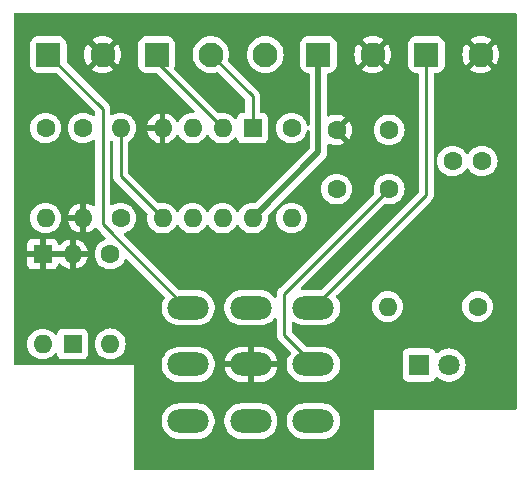
<source format=gbr>
%TF.GenerationSoftware,KiCad,Pcbnew,7.0.9*%
%TF.CreationDate,2023-11-29T23:55:16+08:00*%
%TF.ProjectId,ohmify-overdrive,6f686d69-6679-42d6-9f76-657264726976,rev?*%
%TF.SameCoordinates,Original*%
%TF.FileFunction,Copper,L2,Bot*%
%TF.FilePolarity,Positive*%
%FSLAX46Y46*%
G04 Gerber Fmt 4.6, Leading zero omitted, Abs format (unit mm)*
G04 Created by KiCad (PCBNEW 7.0.9) date 2023-11-29 23:55:16*
%MOMM*%
%LPD*%
G01*
G04 APERTURE LIST*
G04 Aperture macros list*
%AMRoundRect*
0 Rectangle with rounded corners*
0 $1 Rounding radius*
0 $2 $3 $4 $5 $6 $7 $8 $9 X,Y pos of 4 corners*
0 Add a 4 corners polygon primitive as box body*
4,1,4,$2,$3,$4,$5,$6,$7,$8,$9,$2,$3,0*
0 Add four circle primitives for the rounded corners*
1,1,$1+$1,$2,$3*
1,1,$1+$1,$4,$5*
1,1,$1+$1,$6,$7*
1,1,$1+$1,$8,$9*
0 Add four rect primitives between the rounded corners*
20,1,$1+$1,$2,$3,$4,$5,0*
20,1,$1+$1,$4,$5,$6,$7,0*
20,1,$1+$1,$6,$7,$8,$9,0*
20,1,$1+$1,$8,$9,$2,$3,0*%
G04 Aperture macros list end*
%TA.AperFunction,ComponentPad*%
%ADD10R,1.600000X1.600000*%
%TD*%
%TA.AperFunction,ComponentPad*%
%ADD11O,1.600000X1.600000*%
%TD*%
%TA.AperFunction,ComponentPad*%
%ADD12C,1.600000*%
%TD*%
%TA.AperFunction,ComponentPad*%
%ADD13O,3.500000X2.000000*%
%TD*%
%TA.AperFunction,ComponentPad*%
%ADD14R,1.800000X1.800000*%
%TD*%
%TA.AperFunction,ComponentPad*%
%ADD15C,1.800000*%
%TD*%
%TA.AperFunction,ComponentPad*%
%ADD16C,2.100000*%
%TD*%
%TA.AperFunction,ComponentPad*%
%ADD17RoundRect,0.250001X-0.799999X-0.799999X0.799999X-0.799999X0.799999X0.799999X-0.799999X0.799999X0*%
%TD*%
%TA.AperFunction,ViaPad*%
%ADD18C,1.600000*%
%TD*%
%TA.AperFunction,Conductor*%
%ADD19C,0.500000*%
%TD*%
%TA.AperFunction,Conductor*%
%ADD20C,0.250000*%
%TD*%
G04 APERTURE END LIST*
D10*
%TO.P,U1,1*%
%TO.N,Net-(C2-Pad1)*%
X156708000Y-111389000D03*
D11*
%TO.P,U1,2,-*%
%TO.N,Net-(U1A--)*%
X154168000Y-111389000D03*
%TO.P,U1,3,+*%
%TO.N,Net-(U1A-+)*%
X151628000Y-111389000D03*
%TO.P,U1,4,V-*%
%TO.N,GND*%
X149088000Y-111389000D03*
%TO.P,U1,5,+*%
%TO.N,VREF*%
X149088000Y-119009000D03*
%TO.P,U1,6,-*%
%TO.N,Net-(U1B--)*%
X151628000Y-119009000D03*
%TO.P,U1,7*%
X154168000Y-119009000D03*
%TO.P,U1,8,V+*%
%TO.N,+9V*%
X156708000Y-119009000D03*
%TD*%
D12*
%TO.P,C3,1*%
%TO.N,GND*%
X163830000Y-111546000D03*
%TO.P,C3,2*%
%TO.N,Net-(C3-Pad2)*%
X163830000Y-116546000D03*
%TD*%
D10*
%TO.P,D2,1,K*%
%TO.N,GND*%
X138938000Y-122047000D03*
D11*
%TO.P,D2,2,A*%
%TO.N,OUTPUT*%
X138938000Y-129667000D03*
%TD*%
D12*
%TO.P,R3,1*%
%TO.N,+9V*%
X145542000Y-118999000D03*
D11*
%TO.P,R3,2*%
%TO.N,VREF*%
X145542000Y-111379000D03*
%TD*%
D10*
%TO.P,D1,1,K*%
%TO.N,OUTPUT*%
X141478000Y-129667000D03*
D11*
%TO.P,D1,2,A*%
%TO.N,GND*%
X141478000Y-122047000D03*
%TD*%
D12*
%TO.P,R5,1*%
%TO.N,Net-(C2-Pad2)*%
X144663000Y-122037000D03*
D11*
%TO.P,R5,2*%
%TO.N,OUTPUT*%
X144663000Y-129657000D03*
%TD*%
D12*
%TO.P,R1,1*%
%TO.N,VREF*%
X139192000Y-111379000D03*
D11*
%TO.P,R1,2*%
%TO.N,Net-(U1A-+)*%
X139192000Y-118999000D03*
%TD*%
D13*
%TO.P,SW1,1*%
%TO.N,Net-(J2-PadT)*%
X151272000Y-126591000D03*
%TO.P,SW1,2*%
%TO.N,OUTPUT*%
X151272000Y-131391000D03*
%TO.P,SW1,3*%
%TO.N,Net-(SW1-Pad3)*%
X151272000Y-136191000D03*
%TO.P,SW1,4*%
%TO.N,Net-(D3-K)*%
X156572000Y-126591000D03*
%TO.P,SW1,5*%
%TO.N,GND*%
X156572000Y-131391000D03*
%TO.P,SW1,6*%
%TO.N,unconnected-(SW1-Pad6)*%
X156572000Y-136191000D03*
%TO.P,SW1,7*%
%TO.N,Net-(J1-PadT)*%
X161872000Y-126591000D03*
%TO.P,SW1,8*%
%TO.N,INPUT*%
X161872000Y-131391000D03*
%TO.P,SW1,9*%
%TO.N,Net-(SW1-Pad3)*%
X161872000Y-136191000D03*
%TD*%
D14*
%TO.P,D3,1,K*%
%TO.N,Net-(D3-K)*%
X170815000Y-131445000D03*
D15*
%TO.P,D3,2,A*%
%TO.N,Net-(D3-A)*%
X173355000Y-131445000D03*
%TD*%
D12*
%TO.P,C2,1*%
%TO.N,Net-(C2-Pad1)*%
X173649000Y-114173000D03*
%TO.P,C2,2*%
%TO.N,Net-(C2-Pad2)*%
X176149000Y-114173000D03*
%TD*%
D16*
%TO.P,J1,S*%
%TO.N,GND*%
X176036000Y-105156000D03*
D17*
%TO.P,J1,T*%
%TO.N,Net-(J1-PadT)*%
X171436000Y-105156000D03*
%TD*%
%TO.P,BT1,1,+*%
%TO.N,+9V*%
X162292000Y-105156000D03*
D16*
%TO.P,BT1,2,-*%
%TO.N,GND*%
X166892000Y-105156000D03*
%TD*%
%TO.P,J2,S*%
%TO.N,GND*%
X144018000Y-105156000D03*
D17*
%TO.P,J2,T*%
%TO.N,Net-(J2-PadT)*%
X139418000Y-105156000D03*
%TD*%
D12*
%TO.P,R2,1*%
%TO.N,VREF*%
X142367000Y-111379000D03*
D11*
%TO.P,R2,2*%
%TO.N,GND*%
X142367000Y-118999000D03*
%TD*%
D12*
%TO.P,C1,1*%
%TO.N,INPUT*%
X168275000Y-116546000D03*
%TO.P,C1,2*%
%TO.N,Net-(U1A-+)*%
X168275000Y-111546000D03*
%TD*%
%TO.P,R4,1*%
%TO.N,Net-(U1A--)*%
X160020000Y-111379000D03*
D11*
%TO.P,R4,2*%
%TO.N,Net-(C3-Pad2)*%
X160020000Y-118999000D03*
%TD*%
D12*
%TO.P,R6,1*%
%TO.N,Net-(D3-A)*%
X175768000Y-126492000D03*
D11*
%TO.P,R6,2*%
%TO.N,+9V*%
X168148000Y-126492000D03*
%TD*%
D17*
%TO.P,RV1,1,1*%
%TO.N,Net-(U1A--)*%
X148590000Y-105156000D03*
D16*
%TO.P,RV1,2,2*%
%TO.N,Net-(C2-Pad1)*%
X153190000Y-105156000D03*
%TO.P,RV1,3,3*%
%TO.N,unconnected-(RV1-Pad3)*%
X157790000Y-105156000D03*
%TD*%
D18*
%TO.N,GND*%
X146050000Y-125222000D03*
X149352000Y-109093000D03*
X140716000Y-125222000D03*
X145669000Y-108331000D03*
X176530000Y-111252000D03*
X174752000Y-111252000D03*
X178308000Y-111252000D03*
X149352000Y-122555000D03*
X147574000Y-108331000D03*
X144272000Y-125222000D03*
X152908000Y-122555000D03*
X154686000Y-122555000D03*
X174752000Y-109474000D03*
X176530000Y-109474000D03*
X172974000Y-109474000D03*
X172974000Y-111252000D03*
X151130000Y-122555000D03*
X138938000Y-125222000D03*
X178308000Y-109474000D03*
X142494000Y-125222000D03*
%TD*%
D19*
%TO.N,+9V*%
X162292000Y-105156000D02*
X162292000Y-113425000D01*
X168148000Y-126238000D02*
X168148000Y-126492000D01*
X162292000Y-113425000D02*
X156708000Y-119009000D01*
D20*
%TO.N,INPUT*%
X159385000Y-125436000D02*
X159385000Y-128904000D01*
X159385000Y-128904000D02*
X161872000Y-131391000D01*
X168275000Y-116546000D02*
X159385000Y-125436000D01*
%TO.N,Net-(C2-Pad1)*%
X153190000Y-105156000D02*
X156708000Y-108674000D01*
X156708000Y-108674000D02*
X156708000Y-111389000D01*
%TO.N,VREF*%
X145542000Y-111379000D02*
X145542000Y-115463000D01*
X145542000Y-115463000D02*
X149088000Y-119009000D01*
%TO.N,Net-(U1A--)*%
X148590000Y-105156000D02*
X148590000Y-105811000D01*
X148590000Y-105811000D02*
X154168000Y-111389000D01*
%TO.N,Net-(J1-PadT)*%
X171436000Y-117027000D02*
X161872000Y-126591000D01*
X171436000Y-105156000D02*
X171436000Y-117027000D01*
%TO.N,Net-(J2-PadT)*%
X144018000Y-119507000D02*
X144018000Y-109756000D01*
X151102000Y-126591000D02*
X144018000Y-119507000D01*
X151272000Y-126591000D02*
X151102000Y-126591000D01*
X144018000Y-109756000D02*
X139418000Y-105156000D01*
%TD*%
%TA.AperFunction,Conductor*%
%TO.N,GND*%
G36*
X141150359Y-121808955D02*
G01*
X141092835Y-121921852D01*
X141073014Y-122047000D01*
X141092835Y-122172148D01*
X141150359Y-122285045D01*
X141162314Y-122297000D01*
X139253686Y-122297000D01*
X139265641Y-122285045D01*
X139323165Y-122172148D01*
X139342986Y-122047000D01*
X139323165Y-121921852D01*
X139265641Y-121808955D01*
X139253686Y-121797000D01*
X141162314Y-121797000D01*
X141150359Y-121808955D01*
G37*
%TD.AperFunction*%
%TA.AperFunction,Conductor*%
G36*
X179013039Y-101619685D02*
G01*
X179058794Y-101672489D01*
X179070000Y-101724000D01*
X179070000Y-135131000D01*
X179050315Y-135198039D01*
X178997511Y-135243794D01*
X178946000Y-135255000D01*
X167005000Y-135255000D01*
X167005000Y-140211000D01*
X166985315Y-140278039D01*
X166932511Y-140323794D01*
X166881000Y-140335000D01*
X146809000Y-140335000D01*
X146741961Y-140315315D01*
X146696206Y-140262511D01*
X146685000Y-140211000D01*
X146685000Y-136315335D01*
X149021500Y-136315335D01*
X149033451Y-136386953D01*
X149062429Y-136560616D01*
X149143169Y-136795802D01*
X149143172Y-136795811D01*
X149213788Y-136926297D01*
X149261526Y-137014509D01*
X149414262Y-137210744D01*
X149526438Y-137314009D01*
X149597217Y-137379166D01*
X149805393Y-137515173D01*
X150033118Y-137615063D01*
X150274175Y-137676107D01*
X150274179Y-137676108D01*
X150274181Y-137676108D01*
X150274186Y-137676109D01*
X150407376Y-137687145D01*
X150459933Y-137691500D01*
X150459935Y-137691500D01*
X152084065Y-137691500D01*
X152084067Y-137691500D01*
X152145284Y-137686427D01*
X152269813Y-137676109D01*
X152269816Y-137676108D01*
X152269821Y-137676108D01*
X152510881Y-137615063D01*
X152738607Y-137515173D01*
X152946785Y-137379164D01*
X153129738Y-137210744D01*
X153282474Y-137014509D01*
X153400828Y-136795810D01*
X153481571Y-136560614D01*
X153522500Y-136315335D01*
X154321500Y-136315335D01*
X154333451Y-136386953D01*
X154362429Y-136560616D01*
X154443169Y-136795802D01*
X154443172Y-136795811D01*
X154513788Y-136926297D01*
X154561526Y-137014509D01*
X154714262Y-137210744D01*
X154826438Y-137314009D01*
X154897217Y-137379166D01*
X155105393Y-137515173D01*
X155333118Y-137615063D01*
X155574175Y-137676107D01*
X155574179Y-137676108D01*
X155574181Y-137676108D01*
X155574186Y-137676109D01*
X155707376Y-137687145D01*
X155759933Y-137691500D01*
X155759935Y-137691500D01*
X157384065Y-137691500D01*
X157384067Y-137691500D01*
X157445284Y-137686427D01*
X157569813Y-137676109D01*
X157569816Y-137676108D01*
X157569821Y-137676108D01*
X157810881Y-137615063D01*
X158038607Y-137515173D01*
X158246785Y-137379164D01*
X158429738Y-137210744D01*
X158582474Y-137014509D01*
X158700828Y-136795810D01*
X158781571Y-136560614D01*
X158822500Y-136315335D01*
X159621500Y-136315335D01*
X159633451Y-136386953D01*
X159662429Y-136560616D01*
X159743169Y-136795802D01*
X159743172Y-136795811D01*
X159813788Y-136926297D01*
X159861526Y-137014509D01*
X160014262Y-137210744D01*
X160126438Y-137314009D01*
X160197217Y-137379166D01*
X160405393Y-137515173D01*
X160633118Y-137615063D01*
X160874175Y-137676107D01*
X160874179Y-137676108D01*
X160874181Y-137676108D01*
X160874186Y-137676109D01*
X161007376Y-137687145D01*
X161059933Y-137691500D01*
X161059935Y-137691500D01*
X162684065Y-137691500D01*
X162684067Y-137691500D01*
X162745284Y-137686427D01*
X162869813Y-137676109D01*
X162869816Y-137676108D01*
X162869821Y-137676108D01*
X163110881Y-137615063D01*
X163338607Y-137515173D01*
X163546785Y-137379164D01*
X163729738Y-137210744D01*
X163882474Y-137014509D01*
X164000828Y-136795810D01*
X164081571Y-136560614D01*
X164122500Y-136315335D01*
X164122500Y-136066665D01*
X164081571Y-135821386D01*
X164000828Y-135586190D01*
X163882474Y-135367491D01*
X163729738Y-135171256D01*
X163546785Y-135002836D01*
X163546782Y-135002833D01*
X163338606Y-134866826D01*
X163110881Y-134766936D01*
X162869824Y-134705892D01*
X162869813Y-134705890D01*
X162704548Y-134692197D01*
X162684067Y-134690500D01*
X161059933Y-134690500D01*
X161040521Y-134692108D01*
X160874186Y-134705890D01*
X160874175Y-134705892D01*
X160633118Y-134766936D01*
X160405393Y-134866826D01*
X160197217Y-135002833D01*
X160014261Y-135171257D01*
X159861524Y-135367493D01*
X159743172Y-135586188D01*
X159743169Y-135586197D01*
X159662429Y-135821383D01*
X159658808Y-135843083D01*
X159621500Y-136066665D01*
X159621500Y-136315335D01*
X158822500Y-136315335D01*
X158822500Y-136066665D01*
X158781571Y-135821386D01*
X158700828Y-135586190D01*
X158582474Y-135367491D01*
X158429738Y-135171256D01*
X158246785Y-135002836D01*
X158246782Y-135002833D01*
X158038606Y-134866826D01*
X157810881Y-134766936D01*
X157569824Y-134705892D01*
X157569813Y-134705890D01*
X157404548Y-134692197D01*
X157384067Y-134690500D01*
X155759933Y-134690500D01*
X155740521Y-134692108D01*
X155574186Y-134705890D01*
X155574175Y-134705892D01*
X155333118Y-134766936D01*
X155105393Y-134866826D01*
X154897217Y-135002833D01*
X154714261Y-135171257D01*
X154561524Y-135367493D01*
X154443172Y-135586188D01*
X154443169Y-135586197D01*
X154362429Y-135821383D01*
X154358808Y-135843083D01*
X154321500Y-136066665D01*
X154321500Y-136315335D01*
X153522500Y-136315335D01*
X153522500Y-136066665D01*
X153481571Y-135821386D01*
X153400828Y-135586190D01*
X153282474Y-135367491D01*
X153129738Y-135171256D01*
X152946785Y-135002836D01*
X152946782Y-135002833D01*
X152738606Y-134866826D01*
X152510881Y-134766936D01*
X152269824Y-134705892D01*
X152269813Y-134705890D01*
X152104548Y-134692197D01*
X152084067Y-134690500D01*
X150459933Y-134690500D01*
X150440521Y-134692108D01*
X150274186Y-134705890D01*
X150274175Y-134705892D01*
X150033118Y-134766936D01*
X149805393Y-134866826D01*
X149597217Y-135002833D01*
X149414261Y-135171257D01*
X149261524Y-135367493D01*
X149143172Y-135586188D01*
X149143169Y-135586197D01*
X149062429Y-135821383D01*
X149058808Y-135843083D01*
X149021500Y-136066665D01*
X149021500Y-136315335D01*
X146685000Y-136315335D01*
X146685000Y-131515334D01*
X149021500Y-131515334D01*
X149062429Y-131760616D01*
X149143169Y-131995802D01*
X149143172Y-131995811D01*
X149261524Y-132214506D01*
X149261526Y-132214509D01*
X149414262Y-132410744D01*
X149538775Y-132525366D01*
X149597217Y-132579166D01*
X149805393Y-132715173D01*
X150033118Y-132815063D01*
X150153303Y-132845498D01*
X150274179Y-132876108D01*
X150274181Y-132876108D01*
X150274186Y-132876109D01*
X150407376Y-132887145D01*
X150459933Y-132891500D01*
X150459935Y-132891500D01*
X152084065Y-132891500D01*
X152084067Y-132891500D01*
X152145284Y-132886427D01*
X152269813Y-132876109D01*
X152269816Y-132876108D01*
X152269821Y-132876108D01*
X152510881Y-132815063D01*
X152738607Y-132715173D01*
X152946785Y-132579164D01*
X153129738Y-132410744D01*
X153282474Y-132214509D01*
X153400828Y-131995810D01*
X153481571Y-131760614D01*
X153522500Y-131515335D01*
X153522500Y-131266665D01*
X153501530Y-131140999D01*
X154342976Y-131140999D01*
X154342978Y-131141000D01*
X155388314Y-131141000D01*
X155362507Y-131181156D01*
X155322000Y-131319111D01*
X155322000Y-131462889D01*
X155362507Y-131600844D01*
X155388314Y-131641000D01*
X154342977Y-131641000D01*
X154362916Y-131760492D01*
X154443630Y-131995603D01*
X154443635Y-131995614D01*
X154561942Y-132214228D01*
X154561948Y-132214237D01*
X154714626Y-132410397D01*
X154714635Y-132410407D01*
X154897522Y-132578767D01*
X154897521Y-132578767D01*
X155105632Y-132714732D01*
X155333282Y-132814587D01*
X155574261Y-132875612D01*
X155574269Y-132875614D01*
X155759959Y-132891000D01*
X156322000Y-132891000D01*
X156322000Y-131891000D01*
X156822000Y-131891000D01*
X156822000Y-132891000D01*
X157384041Y-132891000D01*
X157569730Y-132875614D01*
X157569738Y-132875612D01*
X157810717Y-132814587D01*
X158038367Y-132714732D01*
X158246478Y-132578767D01*
X158429364Y-132410407D01*
X158429373Y-132410397D01*
X158582051Y-132214237D01*
X158582057Y-132214228D01*
X158700364Y-131995614D01*
X158700369Y-131995603D01*
X158781083Y-131760492D01*
X158801023Y-131641000D01*
X157755686Y-131641000D01*
X157781493Y-131600844D01*
X157822000Y-131462889D01*
X157822000Y-131319111D01*
X157781493Y-131181156D01*
X157755686Y-131141000D01*
X158801022Y-131141000D01*
X158801023Y-131140999D01*
X158781083Y-131021507D01*
X158700369Y-130786396D01*
X158700364Y-130786385D01*
X158582057Y-130567771D01*
X158582051Y-130567762D01*
X158429373Y-130371602D01*
X158429364Y-130371592D01*
X158246477Y-130203232D01*
X158246478Y-130203232D01*
X158038367Y-130067267D01*
X157810717Y-129967412D01*
X157569738Y-129906387D01*
X157569730Y-129906385D01*
X157384041Y-129891000D01*
X156822000Y-129891000D01*
X156822000Y-130891000D01*
X156322000Y-130891000D01*
X156322000Y-129891000D01*
X155759959Y-129891000D01*
X155574269Y-129906385D01*
X155574261Y-129906387D01*
X155333282Y-129967412D01*
X155105632Y-130067267D01*
X154897521Y-130203232D01*
X154714635Y-130371592D01*
X154714626Y-130371602D01*
X154561948Y-130567762D01*
X154561942Y-130567771D01*
X154443635Y-130786385D01*
X154443630Y-130786396D01*
X154362916Y-131021507D01*
X154342976Y-131140999D01*
X153501530Y-131140999D01*
X153481571Y-131021386D01*
X153400828Y-130786190D01*
X153282474Y-130567491D01*
X153129738Y-130371256D01*
X152946785Y-130202836D01*
X152946782Y-130202833D01*
X152738606Y-130066826D01*
X152510881Y-129966936D01*
X152269824Y-129905892D01*
X152269813Y-129905890D01*
X152104548Y-129892197D01*
X152084067Y-129890500D01*
X150459933Y-129890500D01*
X150440521Y-129892108D01*
X150274186Y-129905890D01*
X150274175Y-129905892D01*
X150033118Y-129966936D01*
X149805393Y-130066826D01*
X149597217Y-130202833D01*
X149414261Y-130371257D01*
X149261524Y-130567493D01*
X149143172Y-130786188D01*
X149143169Y-130786197D01*
X149062429Y-131021383D01*
X149021500Y-131266665D01*
X149021500Y-131515334D01*
X146685000Y-131515334D01*
X146685000Y-131445000D01*
X136649000Y-131445000D01*
X136581961Y-131425315D01*
X136536206Y-131372511D01*
X136525000Y-131321000D01*
X136525000Y-129667001D01*
X137632532Y-129667001D01*
X137652364Y-129893686D01*
X137652366Y-129893697D01*
X137711258Y-130113488D01*
X137711261Y-130113497D01*
X137807431Y-130319732D01*
X137807432Y-130319734D01*
X137937954Y-130506141D01*
X138098858Y-130667045D01*
X138098861Y-130667047D01*
X138285266Y-130797568D01*
X138491504Y-130893739D01*
X138711308Y-130952635D01*
X138864619Y-130966048D01*
X138937998Y-130972468D01*
X138938000Y-130972468D01*
X138938002Y-130972468D01*
X138994807Y-130967498D01*
X139164692Y-130952635D01*
X139384496Y-130893739D01*
X139590734Y-130797568D01*
X139777139Y-130667047D01*
X139938047Y-130506139D01*
X139955272Y-130481539D01*
X140009848Y-130437913D01*
X140079346Y-130430718D01*
X140141701Y-130462239D01*
X140177116Y-130522468D01*
X140180138Y-130539406D01*
X140183908Y-130574483D01*
X140234202Y-130709328D01*
X140234206Y-130709335D01*
X140320452Y-130824544D01*
X140320455Y-130824547D01*
X140435664Y-130910793D01*
X140435671Y-130910797D01*
X140570517Y-130961091D01*
X140570516Y-130961091D01*
X140577444Y-130961835D01*
X140630127Y-130967500D01*
X142325872Y-130967499D01*
X142385483Y-130961091D01*
X142520331Y-130910796D01*
X142635546Y-130824546D01*
X142721796Y-130709331D01*
X142772091Y-130574483D01*
X142778500Y-130514873D01*
X142778499Y-129657001D01*
X143357532Y-129657001D01*
X143377364Y-129883686D01*
X143377366Y-129883697D01*
X143436258Y-130103488D01*
X143436261Y-130103497D01*
X143532431Y-130309732D01*
X143532432Y-130309734D01*
X143662954Y-130496141D01*
X143823858Y-130657045D01*
X143823861Y-130657047D01*
X144010266Y-130787568D01*
X144216504Y-130883739D01*
X144216509Y-130883740D01*
X144216511Y-130883741D01*
X144253821Y-130893738D01*
X144436308Y-130942635D01*
X144598230Y-130956801D01*
X144662998Y-130962468D01*
X144663000Y-130962468D01*
X144663002Y-130962468D01*
X144719673Y-130957509D01*
X144889692Y-130942635D01*
X145109496Y-130883739D01*
X145315734Y-130787568D01*
X145502139Y-130657047D01*
X145663047Y-130496139D01*
X145793568Y-130309734D01*
X145889739Y-130103496D01*
X145948635Y-129883692D01*
X145968468Y-129657000D01*
X145948635Y-129430308D01*
X145899731Y-129247796D01*
X145889741Y-129210511D01*
X145889738Y-129210502D01*
X145879759Y-129189103D01*
X145793568Y-129004266D01*
X145670047Y-128827858D01*
X145663045Y-128817858D01*
X145502141Y-128656954D01*
X145315734Y-128526432D01*
X145315732Y-128526431D01*
X145109497Y-128430261D01*
X145109488Y-128430258D01*
X144889697Y-128371366D01*
X144889693Y-128371365D01*
X144889692Y-128371365D01*
X144889691Y-128371364D01*
X144889686Y-128371364D01*
X144663002Y-128351532D01*
X144662998Y-128351532D01*
X144436313Y-128371364D01*
X144436302Y-128371366D01*
X144216511Y-128430258D01*
X144216502Y-128430261D01*
X144010267Y-128526431D01*
X144010265Y-128526432D01*
X143823858Y-128656954D01*
X143662954Y-128817858D01*
X143532432Y-129004265D01*
X143532431Y-129004267D01*
X143436261Y-129210502D01*
X143436258Y-129210511D01*
X143377366Y-129430302D01*
X143377364Y-129430313D01*
X143357532Y-129656998D01*
X143357532Y-129657001D01*
X142778499Y-129657001D01*
X142778499Y-128819128D01*
X142772091Y-128759517D01*
X142737567Y-128666954D01*
X142721797Y-128624671D01*
X142721793Y-128624664D01*
X142635547Y-128509455D01*
X142635544Y-128509452D01*
X142520335Y-128423206D01*
X142520328Y-128423202D01*
X142385482Y-128372908D01*
X142385483Y-128372908D01*
X142325883Y-128366501D01*
X142325881Y-128366500D01*
X142325873Y-128366500D01*
X142325864Y-128366500D01*
X140630129Y-128366500D01*
X140630123Y-128366501D01*
X140570516Y-128372908D01*
X140435671Y-128423202D01*
X140435664Y-128423206D01*
X140320455Y-128509452D01*
X140320452Y-128509455D01*
X140234206Y-128624664D01*
X140234202Y-128624671D01*
X140183908Y-128759516D01*
X140180137Y-128794596D01*
X140153398Y-128859146D01*
X140096006Y-128898994D01*
X140026180Y-128901487D01*
X139966092Y-128865834D01*
X139955273Y-128852462D01*
X139938045Y-128827858D01*
X139777141Y-128666954D01*
X139590734Y-128536432D01*
X139590732Y-128536431D01*
X139384497Y-128440261D01*
X139384488Y-128440258D01*
X139164697Y-128381366D01*
X139164693Y-128381365D01*
X139164692Y-128381365D01*
X139164691Y-128381364D01*
X139164686Y-128381364D01*
X138938002Y-128361532D01*
X138937998Y-128361532D01*
X138711313Y-128381364D01*
X138711302Y-128381366D01*
X138491511Y-128440258D01*
X138491502Y-128440261D01*
X138285267Y-128536431D01*
X138285265Y-128536432D01*
X138098858Y-128666954D01*
X137937954Y-128827858D01*
X137807432Y-129014265D01*
X137807431Y-129014267D01*
X137711261Y-129220502D01*
X137711258Y-129220511D01*
X137652366Y-129440302D01*
X137652364Y-129440313D01*
X137632532Y-129666998D01*
X137632532Y-129667001D01*
X136525000Y-129667001D01*
X136525000Y-122894844D01*
X137638000Y-122894844D01*
X137644401Y-122954372D01*
X137644403Y-122954379D01*
X137694645Y-123089086D01*
X137694649Y-123089093D01*
X137780809Y-123204187D01*
X137780812Y-123204190D01*
X137895906Y-123290350D01*
X137895913Y-123290354D01*
X138030620Y-123340596D01*
X138030627Y-123340598D01*
X138090155Y-123346999D01*
X138090172Y-123347000D01*
X138688000Y-123347000D01*
X138688000Y-122362686D01*
X138699955Y-122374641D01*
X138812852Y-122432165D01*
X138906519Y-122447000D01*
X138969481Y-122447000D01*
X139063148Y-122432165D01*
X139176045Y-122374641D01*
X139188000Y-122362686D01*
X139188000Y-123347000D01*
X139785828Y-123347000D01*
X139785844Y-123346999D01*
X139845372Y-123340598D01*
X139845379Y-123340596D01*
X139980086Y-123290354D01*
X139980093Y-123290350D01*
X140095187Y-123204190D01*
X140095190Y-123204187D01*
X140181350Y-123089093D01*
X140181354Y-123089086D01*
X140231596Y-122954379D01*
X140235505Y-122918024D01*
X140262243Y-122853473D01*
X140319635Y-122813624D01*
X140389460Y-122811129D01*
X140449549Y-122846781D01*
X140460369Y-122860153D01*
X140478340Y-122885818D01*
X140639179Y-123046657D01*
X140825517Y-123177134D01*
X141031673Y-123273265D01*
X141031682Y-123273269D01*
X141227999Y-123325872D01*
X141228000Y-123325871D01*
X141228000Y-122362686D01*
X141239955Y-122374641D01*
X141352852Y-122432165D01*
X141446519Y-122447000D01*
X141509481Y-122447000D01*
X141603148Y-122432165D01*
X141716045Y-122374641D01*
X141728000Y-122362686D01*
X141728000Y-123325872D01*
X141924317Y-123273269D01*
X141924326Y-123273265D01*
X142130482Y-123177134D01*
X142316820Y-123046657D01*
X142477657Y-122885820D01*
X142608134Y-122699482D01*
X142704265Y-122493326D01*
X142704269Y-122493317D01*
X142756872Y-122297000D01*
X141793686Y-122297000D01*
X141805641Y-122285045D01*
X141863165Y-122172148D01*
X141882986Y-122047000D01*
X141863165Y-121921852D01*
X141805641Y-121808955D01*
X141793686Y-121797000D01*
X142756872Y-121797000D01*
X142756872Y-121796999D01*
X142704269Y-121600682D01*
X142704265Y-121600673D01*
X142608134Y-121394517D01*
X142477657Y-121208179D01*
X142316820Y-121047342D01*
X142130482Y-120916865D01*
X141924328Y-120820734D01*
X141728000Y-120768127D01*
X141728000Y-121731314D01*
X141716045Y-121719359D01*
X141603148Y-121661835D01*
X141509481Y-121647000D01*
X141446519Y-121647000D01*
X141352852Y-121661835D01*
X141239955Y-121719359D01*
X141228000Y-121731314D01*
X141228000Y-120768127D01*
X141031671Y-120820734D01*
X140825517Y-120916865D01*
X140639179Y-121047342D01*
X140478339Y-121208182D01*
X140460368Y-121233847D01*
X140405790Y-121277471D01*
X140336291Y-121284662D01*
X140273937Y-121253138D01*
X140238525Y-121192907D01*
X140235505Y-121175975D01*
X140231596Y-121139620D01*
X140181354Y-121004913D01*
X140181350Y-121004906D01*
X140095190Y-120889812D01*
X140095187Y-120889809D01*
X139980093Y-120803649D01*
X139980086Y-120803645D01*
X139845379Y-120753403D01*
X139845372Y-120753401D01*
X139785844Y-120747000D01*
X139188000Y-120747000D01*
X139188000Y-121731314D01*
X139176045Y-121719359D01*
X139063148Y-121661835D01*
X138969481Y-121647000D01*
X138906519Y-121647000D01*
X138812852Y-121661835D01*
X138699955Y-121719359D01*
X138688000Y-121731314D01*
X138688000Y-120747000D01*
X138090155Y-120747000D01*
X138030627Y-120753401D01*
X138030620Y-120753403D01*
X137895913Y-120803645D01*
X137895906Y-120803649D01*
X137780812Y-120889809D01*
X137780809Y-120889812D01*
X137694649Y-121004906D01*
X137694645Y-121004913D01*
X137644403Y-121139620D01*
X137644401Y-121139627D01*
X137638000Y-121199155D01*
X137638000Y-121797000D01*
X138622314Y-121797000D01*
X138610359Y-121808955D01*
X138552835Y-121921852D01*
X138533014Y-122047000D01*
X138552835Y-122172148D01*
X138610359Y-122285045D01*
X138622314Y-122297000D01*
X137638000Y-122297000D01*
X137638000Y-122894844D01*
X136525000Y-122894844D01*
X136525000Y-118999001D01*
X137886532Y-118999001D01*
X137906364Y-119225686D01*
X137906366Y-119225697D01*
X137965258Y-119445488D01*
X137965261Y-119445497D01*
X138061431Y-119651732D01*
X138061432Y-119651734D01*
X138191954Y-119838141D01*
X138352858Y-119999045D01*
X138352861Y-119999047D01*
X138539266Y-120129568D01*
X138745504Y-120225739D01*
X138965308Y-120284635D01*
X139127230Y-120298801D01*
X139191998Y-120304468D01*
X139192000Y-120304468D01*
X139192002Y-120304468D01*
X139248673Y-120299509D01*
X139418692Y-120284635D01*
X139638496Y-120225739D01*
X139844734Y-120129568D01*
X140031139Y-119999047D01*
X140192047Y-119838139D01*
X140322568Y-119651734D01*
X140418739Y-119445496D01*
X140477635Y-119225692D01*
X140497468Y-118999000D01*
X140477635Y-118772308D01*
X140429905Y-118594177D01*
X140418741Y-118552511D01*
X140418738Y-118552502D01*
X140354281Y-118414275D01*
X140322568Y-118346266D01*
X140192047Y-118159861D01*
X140192045Y-118159858D01*
X140031141Y-117998954D01*
X139844734Y-117868432D01*
X139844732Y-117868431D01*
X139638497Y-117772261D01*
X139638488Y-117772258D01*
X139418697Y-117713366D01*
X139418693Y-117713365D01*
X139418692Y-117713365D01*
X139418691Y-117713364D01*
X139418686Y-117713364D01*
X139192002Y-117693532D01*
X139191998Y-117693532D01*
X138965313Y-117713364D01*
X138965302Y-117713366D01*
X138745511Y-117772258D01*
X138745502Y-117772261D01*
X138539267Y-117868431D01*
X138539265Y-117868432D01*
X138352858Y-117998954D01*
X138191954Y-118159858D01*
X138061432Y-118346265D01*
X138061431Y-118346267D01*
X137965261Y-118552502D01*
X137965258Y-118552511D01*
X137906366Y-118772302D01*
X137906364Y-118772313D01*
X137886532Y-118998998D01*
X137886532Y-118999001D01*
X136525000Y-118999001D01*
X136525000Y-111379001D01*
X137886532Y-111379001D01*
X137906364Y-111605686D01*
X137906366Y-111605697D01*
X137965258Y-111825488D01*
X137965261Y-111825497D01*
X138061431Y-112031732D01*
X138061432Y-112031734D01*
X138191954Y-112218141D01*
X138352858Y-112379045D01*
X138352861Y-112379047D01*
X138539266Y-112509568D01*
X138745504Y-112605739D01*
X138745509Y-112605740D01*
X138745511Y-112605741D01*
X138782821Y-112615738D01*
X138965308Y-112664635D01*
X139101703Y-112676568D01*
X139191998Y-112684468D01*
X139192000Y-112684468D01*
X139192002Y-112684468D01*
X139248673Y-112679509D01*
X139418692Y-112664635D01*
X139638496Y-112605739D01*
X139844734Y-112509568D01*
X140031139Y-112379047D01*
X140192047Y-112218139D01*
X140322568Y-112031734D01*
X140418739Y-111825496D01*
X140477635Y-111605692D01*
X140497468Y-111379000D01*
X140477635Y-111152308D01*
X140421464Y-110942673D01*
X140418741Y-110932511D01*
X140418738Y-110932502D01*
X140400558Y-110893516D01*
X140322568Y-110726266D01*
X140192934Y-110541128D01*
X140192045Y-110539858D01*
X140031141Y-110378954D01*
X139844734Y-110248432D01*
X139844732Y-110248431D01*
X139638497Y-110152261D01*
X139638488Y-110152258D01*
X139418697Y-110093366D01*
X139418693Y-110093365D01*
X139418692Y-110093365D01*
X139418691Y-110093364D01*
X139418686Y-110093364D01*
X139192002Y-110073532D01*
X139191998Y-110073532D01*
X138965313Y-110093364D01*
X138965302Y-110093366D01*
X138745511Y-110152258D01*
X138745502Y-110152261D01*
X138539267Y-110248431D01*
X138539265Y-110248432D01*
X138352858Y-110378954D01*
X138191954Y-110539858D01*
X138061432Y-110726265D01*
X138061431Y-110726267D01*
X137965261Y-110932502D01*
X137965258Y-110932511D01*
X137906366Y-111152302D01*
X137906364Y-111152313D01*
X137886532Y-111378998D01*
X137886532Y-111379001D01*
X136525000Y-111379001D01*
X136525000Y-106006015D01*
X137867500Y-106006015D01*
X137878000Y-106108795D01*
X137878001Y-106108796D01*
X137933186Y-106275335D01*
X137933187Y-106275337D01*
X138025286Y-106424651D01*
X138025289Y-106424655D01*
X138149344Y-106548710D01*
X138149348Y-106548713D01*
X138298662Y-106640812D01*
X138298664Y-106640813D01*
X138298666Y-106640814D01*
X138465203Y-106695999D01*
X138567992Y-106706500D01*
X140032548Y-106706500D01*
X140099587Y-106726185D01*
X140120229Y-106742819D01*
X143356181Y-109978771D01*
X143389666Y-110040094D01*
X143392500Y-110066452D01*
X143392500Y-110271242D01*
X143372815Y-110338281D01*
X143320011Y-110384036D01*
X143250853Y-110393980D01*
X143197377Y-110372817D01*
X143019734Y-110248432D01*
X143019732Y-110248431D01*
X142813497Y-110152261D01*
X142813488Y-110152258D01*
X142593697Y-110093366D01*
X142593693Y-110093365D01*
X142593692Y-110093365D01*
X142593691Y-110093364D01*
X142593686Y-110093364D01*
X142367002Y-110073532D01*
X142366998Y-110073532D01*
X142140313Y-110093364D01*
X142140302Y-110093366D01*
X141920511Y-110152258D01*
X141920502Y-110152261D01*
X141714267Y-110248431D01*
X141714265Y-110248432D01*
X141527858Y-110378954D01*
X141366954Y-110539858D01*
X141236432Y-110726265D01*
X141236431Y-110726267D01*
X141140261Y-110932502D01*
X141140258Y-110932511D01*
X141081366Y-111152302D01*
X141081364Y-111152313D01*
X141061532Y-111378998D01*
X141061532Y-111379001D01*
X141081364Y-111605686D01*
X141081366Y-111605697D01*
X141140258Y-111825488D01*
X141140261Y-111825497D01*
X141236431Y-112031732D01*
X141236432Y-112031734D01*
X141366954Y-112218141D01*
X141527858Y-112379045D01*
X141527861Y-112379047D01*
X141714266Y-112509568D01*
X141920504Y-112605739D01*
X141920509Y-112605740D01*
X141920511Y-112605741D01*
X141957821Y-112615738D01*
X142140308Y-112664635D01*
X142276703Y-112676568D01*
X142366998Y-112684468D01*
X142367000Y-112684468D01*
X142367002Y-112684468D01*
X142423673Y-112679509D01*
X142593692Y-112664635D01*
X142813496Y-112605739D01*
X143019734Y-112509568D01*
X143197377Y-112385181D01*
X143263583Y-112362855D01*
X143331351Y-112379865D01*
X143379163Y-112430814D01*
X143392500Y-112486757D01*
X143392500Y-117891854D01*
X143372815Y-117958893D01*
X143320011Y-118004648D01*
X143250853Y-118014592D01*
X143197376Y-117993429D01*
X143019482Y-117868866D01*
X142813328Y-117772734D01*
X142617000Y-117720127D01*
X142617000Y-118683314D01*
X142605045Y-118671359D01*
X142492148Y-118613835D01*
X142398481Y-118599000D01*
X142335519Y-118599000D01*
X142241852Y-118613835D01*
X142128955Y-118671359D01*
X142117000Y-118683314D01*
X142117000Y-117720127D01*
X141920671Y-117772734D01*
X141714517Y-117868865D01*
X141528179Y-117999342D01*
X141367342Y-118160179D01*
X141236865Y-118346517D01*
X141140734Y-118552673D01*
X141140730Y-118552682D01*
X141088127Y-118748999D01*
X141088128Y-118749000D01*
X142051314Y-118749000D01*
X142039359Y-118760955D01*
X141981835Y-118873852D01*
X141962014Y-118999000D01*
X141981835Y-119124148D01*
X142039359Y-119237045D01*
X142051314Y-119249000D01*
X141088128Y-119249000D01*
X141140730Y-119445317D01*
X141140734Y-119445326D01*
X141236865Y-119651482D01*
X141367342Y-119837820D01*
X141528179Y-119998657D01*
X141714517Y-120129134D01*
X141920673Y-120225265D01*
X141920682Y-120225269D01*
X142116999Y-120277872D01*
X142117000Y-120277871D01*
X142117000Y-119314686D01*
X142128955Y-119326641D01*
X142241852Y-119384165D01*
X142335519Y-119399000D01*
X142398481Y-119399000D01*
X142492148Y-119384165D01*
X142605045Y-119326641D01*
X142617000Y-119314686D01*
X142617000Y-120277872D01*
X142813317Y-120225269D01*
X142813326Y-120225265D01*
X143019482Y-120129134D01*
X143205820Y-119998657D01*
X143329208Y-119875270D01*
X143390531Y-119841785D01*
X143460223Y-119846769D01*
X143514685Y-119887539D01*
X143515050Y-119887257D01*
X143516078Y-119888582D01*
X143516156Y-119888641D01*
X143516354Y-119888938D01*
X143519833Y-119893424D01*
X143533990Y-119907580D01*
X143546628Y-119922376D01*
X143558405Y-119938586D01*
X143558406Y-119938587D01*
X143594309Y-119968288D01*
X143598620Y-119972210D01*
X143921043Y-120294633D01*
X144241433Y-120615023D01*
X144274918Y-120676346D01*
X144269934Y-120746038D01*
X144228062Y-120801971D01*
X144206157Y-120815086D01*
X144010267Y-120906431D01*
X144010265Y-120906432D01*
X143823858Y-121036954D01*
X143662954Y-121197858D01*
X143532432Y-121384265D01*
X143532431Y-121384267D01*
X143436261Y-121590502D01*
X143436258Y-121590511D01*
X143377366Y-121810302D01*
X143377364Y-121810313D01*
X143357532Y-122036998D01*
X143357532Y-122037001D01*
X143377364Y-122263686D01*
X143377366Y-122263697D01*
X143436258Y-122483488D01*
X143436261Y-122483497D01*
X143532431Y-122689732D01*
X143532432Y-122689734D01*
X143662954Y-122876141D01*
X143823858Y-123037045D01*
X143823861Y-123037047D01*
X144010266Y-123167568D01*
X144216504Y-123263739D01*
X144216509Y-123263740D01*
X144216511Y-123263741D01*
X144269415Y-123277916D01*
X144436308Y-123322635D01*
X144598230Y-123336801D01*
X144662998Y-123342468D01*
X144663000Y-123342468D01*
X144663002Y-123342468D01*
X144719673Y-123337509D01*
X144889692Y-123322635D01*
X145109496Y-123263739D01*
X145315734Y-123167568D01*
X145502139Y-123037047D01*
X145663047Y-122876139D01*
X145793568Y-122689734D01*
X145884915Y-122493840D01*
X145931085Y-122441403D01*
X145998278Y-122422251D01*
X146065160Y-122442467D01*
X146084976Y-122458566D01*
X149242631Y-125616222D01*
X149276116Y-125677545D01*
X149271132Y-125747237D01*
X149263453Y-125762703D01*
X149263967Y-125762981D01*
X149261526Y-125767489D01*
X149261526Y-125767491D01*
X149261525Y-125767493D01*
X149143172Y-125986188D01*
X149143169Y-125986197D01*
X149062429Y-126221383D01*
X149021500Y-126466665D01*
X149021500Y-126715334D01*
X149062429Y-126960616D01*
X149143169Y-127195802D01*
X149143172Y-127195811D01*
X149216408Y-127331139D01*
X149261526Y-127414509D01*
X149414262Y-127610744D01*
X149531575Y-127718738D01*
X149597217Y-127779166D01*
X149805393Y-127915173D01*
X150033118Y-128015063D01*
X150274175Y-128076107D01*
X150274179Y-128076108D01*
X150274181Y-128076108D01*
X150274186Y-128076109D01*
X150407376Y-128087145D01*
X150459933Y-128091500D01*
X150459935Y-128091500D01*
X152084065Y-128091500D01*
X152084067Y-128091500D01*
X152145284Y-128086427D01*
X152269813Y-128076109D01*
X152269816Y-128076108D01*
X152269821Y-128076108D01*
X152510881Y-128015063D01*
X152738607Y-127915173D01*
X152946785Y-127779164D01*
X153129738Y-127610744D01*
X153282474Y-127414509D01*
X153400828Y-127195810D01*
X153481571Y-126960614D01*
X153522500Y-126715335D01*
X153522500Y-126715334D01*
X154321500Y-126715334D01*
X154362429Y-126960616D01*
X154443169Y-127195802D01*
X154443172Y-127195811D01*
X154516408Y-127331139D01*
X154561526Y-127414509D01*
X154714262Y-127610744D01*
X154831575Y-127718738D01*
X154897217Y-127779166D01*
X155105393Y-127915173D01*
X155333118Y-128015063D01*
X155574175Y-128076107D01*
X155574179Y-128076108D01*
X155574181Y-128076108D01*
X155574186Y-128076109D01*
X155707376Y-128087145D01*
X155759933Y-128091500D01*
X155759935Y-128091500D01*
X157384065Y-128091500D01*
X157384067Y-128091500D01*
X157445284Y-128086427D01*
X157569813Y-128076109D01*
X157569816Y-128076108D01*
X157569821Y-128076108D01*
X157810881Y-128015063D01*
X158038607Y-127915173D01*
X158246785Y-127779164D01*
X158429738Y-127610744D01*
X158537647Y-127472101D01*
X158594357Y-127431290D01*
X158664130Y-127427615D01*
X158724813Y-127462247D01*
X158757140Y-127524188D01*
X158759500Y-127548265D01*
X158759500Y-128821255D01*
X158757775Y-128836872D01*
X158758061Y-128836899D01*
X158757326Y-128844665D01*
X158759500Y-128913814D01*
X158759500Y-128943343D01*
X158759501Y-128943360D01*
X158760368Y-128950231D01*
X158760826Y-128956050D01*
X158762290Y-129002624D01*
X158762291Y-129002627D01*
X158767880Y-129021867D01*
X158771824Y-129040911D01*
X158774336Y-129060791D01*
X158791490Y-129104119D01*
X158793382Y-129109647D01*
X158806381Y-129154388D01*
X158816580Y-129171634D01*
X158825138Y-129189103D01*
X158832514Y-129207732D01*
X158859898Y-129245423D01*
X158863106Y-129250307D01*
X158886827Y-129290416D01*
X158886833Y-129290424D01*
X158900990Y-129304580D01*
X158913628Y-129319376D01*
X158925405Y-129335586D01*
X158925406Y-129335587D01*
X158961309Y-129365288D01*
X158965620Y-129369210D01*
X159679111Y-130082702D01*
X159916436Y-130320027D01*
X159949921Y-130381350D01*
X159944937Y-130451042D01*
X159926609Y-130483869D01*
X159861531Y-130567483D01*
X159861527Y-130567488D01*
X159743172Y-130786188D01*
X159743169Y-130786197D01*
X159662429Y-131021383D01*
X159621500Y-131266665D01*
X159621500Y-131515334D01*
X159662429Y-131760616D01*
X159743169Y-131995802D01*
X159743172Y-131995811D01*
X159861524Y-132214506D01*
X159861526Y-132214509D01*
X160014262Y-132410744D01*
X160138775Y-132525366D01*
X160197217Y-132579166D01*
X160405393Y-132715173D01*
X160633118Y-132815063D01*
X160753303Y-132845498D01*
X160874179Y-132876108D01*
X160874181Y-132876108D01*
X160874186Y-132876109D01*
X161007376Y-132887145D01*
X161059933Y-132891500D01*
X161059935Y-132891500D01*
X162684065Y-132891500D01*
X162684067Y-132891500D01*
X162745284Y-132886427D01*
X162869813Y-132876109D01*
X162869816Y-132876108D01*
X162869821Y-132876108D01*
X163110881Y-132815063D01*
X163338607Y-132715173D01*
X163546785Y-132579164D01*
X163729738Y-132410744D01*
X163743650Y-132392870D01*
X169414500Y-132392870D01*
X169414501Y-132392876D01*
X169420908Y-132452483D01*
X169471202Y-132587328D01*
X169471206Y-132587335D01*
X169557452Y-132702544D01*
X169557455Y-132702547D01*
X169672664Y-132788793D01*
X169672671Y-132788797D01*
X169807517Y-132839091D01*
X169807516Y-132839091D01*
X169814444Y-132839835D01*
X169867127Y-132845500D01*
X171762872Y-132845499D01*
X171822483Y-132839091D01*
X171957331Y-132788796D01*
X172072546Y-132702546D01*
X172158796Y-132587331D01*
X172170028Y-132557216D01*
X172187455Y-132510493D01*
X172229326Y-132454559D01*
X172294790Y-132430141D01*
X172363063Y-132444992D01*
X172394866Y-132469843D01*
X172402302Y-132477920D01*
X172403215Y-132478912D01*
X172403222Y-132478918D01*
X172586365Y-132621464D01*
X172586371Y-132621468D01*
X172586374Y-132621470D01*
X172790497Y-132731936D01*
X172904487Y-132771068D01*
X173010015Y-132807297D01*
X173010017Y-132807297D01*
X173010019Y-132807298D01*
X173238951Y-132845500D01*
X173238952Y-132845500D01*
X173471048Y-132845500D01*
X173471049Y-132845500D01*
X173699981Y-132807298D01*
X173919503Y-132731936D01*
X174123626Y-132621470D01*
X174306784Y-132478913D01*
X174463979Y-132308153D01*
X174590924Y-132113849D01*
X174684157Y-131901300D01*
X174741134Y-131676305D01*
X174741135Y-131676297D01*
X174760300Y-131445006D01*
X174760300Y-131444993D01*
X174741135Y-131213702D01*
X174741133Y-131213691D01*
X174684157Y-130988699D01*
X174590924Y-130776151D01*
X174463983Y-130581852D01*
X174463980Y-130581849D01*
X174463979Y-130581847D01*
X174306784Y-130411087D01*
X174306779Y-130411083D01*
X174306777Y-130411081D01*
X174123634Y-130268535D01*
X174123628Y-130268531D01*
X173919504Y-130158064D01*
X173919495Y-130158061D01*
X173699984Y-130082702D01*
X173509450Y-130050908D01*
X173471049Y-130044500D01*
X173238951Y-130044500D01*
X173200550Y-130050908D01*
X173010015Y-130082702D01*
X172790504Y-130158061D01*
X172790495Y-130158064D01*
X172586371Y-130268531D01*
X172586365Y-130268535D01*
X172403222Y-130411081D01*
X172403218Y-130411085D01*
X172394866Y-130420158D01*
X172334979Y-130456148D01*
X172265141Y-130454047D01*
X172207525Y-130414522D01*
X172187455Y-130379507D01*
X172158797Y-130302671D01*
X172158793Y-130302664D01*
X172072547Y-130187455D01*
X172072544Y-130187452D01*
X171957335Y-130101206D01*
X171957328Y-130101202D01*
X171822482Y-130050908D01*
X171822483Y-130050908D01*
X171762883Y-130044501D01*
X171762881Y-130044500D01*
X171762873Y-130044500D01*
X171762864Y-130044500D01*
X169867129Y-130044500D01*
X169867123Y-130044501D01*
X169807516Y-130050908D01*
X169672671Y-130101202D01*
X169672664Y-130101206D01*
X169557455Y-130187452D01*
X169557452Y-130187455D01*
X169471206Y-130302664D01*
X169471202Y-130302671D01*
X169420908Y-130437517D01*
X169414501Y-130497116D01*
X169414500Y-130497135D01*
X169414500Y-132392870D01*
X163743650Y-132392870D01*
X163882474Y-132214509D01*
X164000828Y-131995810D01*
X164081571Y-131760614D01*
X164122500Y-131515335D01*
X164122500Y-131266665D01*
X164081571Y-131021386D01*
X164000828Y-130786190D01*
X163882474Y-130567491D01*
X163729738Y-130371256D01*
X163546785Y-130202836D01*
X163546782Y-130202833D01*
X163338606Y-130066826D01*
X163110881Y-129966936D01*
X162869824Y-129905892D01*
X162869813Y-129905890D01*
X162704548Y-129892197D01*
X162684067Y-129890500D01*
X162684065Y-129890500D01*
X161307453Y-129890500D01*
X161240414Y-129870815D01*
X161219772Y-129854181D01*
X160046819Y-128681228D01*
X160013334Y-128619905D01*
X160010500Y-128593547D01*
X160010500Y-127886309D01*
X160030185Y-127819270D01*
X160082989Y-127773515D01*
X160152147Y-127763571D01*
X160202321Y-127782500D01*
X160405393Y-127915173D01*
X160633118Y-128015063D01*
X160874175Y-128076107D01*
X160874179Y-128076108D01*
X160874181Y-128076108D01*
X160874186Y-128076109D01*
X161007376Y-128087145D01*
X161059933Y-128091500D01*
X161059935Y-128091500D01*
X162684065Y-128091500D01*
X162684067Y-128091500D01*
X162745284Y-128086427D01*
X162869813Y-128076109D01*
X162869816Y-128076108D01*
X162869821Y-128076108D01*
X163110881Y-128015063D01*
X163338607Y-127915173D01*
X163546785Y-127779164D01*
X163729738Y-127610744D01*
X163882474Y-127414509D01*
X164000828Y-127195810D01*
X164081571Y-126960614D01*
X164122500Y-126715335D01*
X164122500Y-126492001D01*
X166842532Y-126492001D01*
X166862364Y-126718686D01*
X166862366Y-126718697D01*
X166921258Y-126938488D01*
X166921261Y-126938497D01*
X167017431Y-127144732D01*
X167017432Y-127144734D01*
X167147954Y-127331141D01*
X167308858Y-127492045D01*
X167308861Y-127492047D01*
X167495266Y-127622568D01*
X167701504Y-127718739D01*
X167921308Y-127777635D01*
X168083230Y-127791801D01*
X168147998Y-127797468D01*
X168148000Y-127797468D01*
X168148002Y-127797468D01*
X168204673Y-127792509D01*
X168374692Y-127777635D01*
X168594496Y-127718739D01*
X168800734Y-127622568D01*
X168987139Y-127492047D01*
X169148047Y-127331139D01*
X169278568Y-127144734D01*
X169374739Y-126938496D01*
X169433635Y-126718692D01*
X169453468Y-126492001D01*
X174462532Y-126492001D01*
X174482364Y-126718686D01*
X174482366Y-126718697D01*
X174541258Y-126938488D01*
X174541261Y-126938497D01*
X174637431Y-127144732D01*
X174637432Y-127144734D01*
X174767954Y-127331141D01*
X174928858Y-127492045D01*
X174928861Y-127492047D01*
X175115266Y-127622568D01*
X175321504Y-127718739D01*
X175541308Y-127777635D01*
X175703230Y-127791801D01*
X175767998Y-127797468D01*
X175768000Y-127797468D01*
X175768002Y-127797468D01*
X175824673Y-127792509D01*
X175994692Y-127777635D01*
X176214496Y-127718739D01*
X176420734Y-127622568D01*
X176607139Y-127492047D01*
X176768047Y-127331139D01*
X176898568Y-127144734D01*
X176994739Y-126938496D01*
X177053635Y-126718692D01*
X177073468Y-126492000D01*
X177071251Y-126466665D01*
X177053635Y-126265313D01*
X177053635Y-126265308D01*
X176994739Y-126045504D01*
X176898568Y-125839266D01*
X176768047Y-125652861D01*
X176768045Y-125652858D01*
X176607141Y-125491954D01*
X176420734Y-125361432D01*
X176420732Y-125361431D01*
X176214497Y-125265261D01*
X176214488Y-125265258D01*
X175994697Y-125206366D01*
X175994693Y-125206365D01*
X175994692Y-125206365D01*
X175994691Y-125206364D01*
X175994686Y-125206364D01*
X175768002Y-125186532D01*
X175767998Y-125186532D01*
X175541313Y-125206364D01*
X175541302Y-125206366D01*
X175321511Y-125265258D01*
X175321502Y-125265261D01*
X175115267Y-125361431D01*
X175115265Y-125361432D01*
X174928858Y-125491954D01*
X174767954Y-125652858D01*
X174637432Y-125839265D01*
X174637431Y-125839267D01*
X174541261Y-126045502D01*
X174541258Y-126045511D01*
X174482366Y-126265302D01*
X174482364Y-126265313D01*
X174462532Y-126491998D01*
X174462532Y-126492001D01*
X169453468Y-126492001D01*
X169453468Y-126492000D01*
X169451251Y-126466665D01*
X169433635Y-126265313D01*
X169433635Y-126265308D01*
X169374739Y-126045504D01*
X169278568Y-125839266D01*
X169148047Y-125652861D01*
X169148045Y-125652858D01*
X168987141Y-125491954D01*
X168800734Y-125361432D01*
X168800732Y-125361431D01*
X168594497Y-125265261D01*
X168594488Y-125265258D01*
X168374697Y-125206366D01*
X168374693Y-125206365D01*
X168374692Y-125206365D01*
X168374691Y-125206364D01*
X168374686Y-125206364D01*
X168148002Y-125186532D01*
X168147998Y-125186532D01*
X167921313Y-125206364D01*
X167921302Y-125206366D01*
X167701511Y-125265258D01*
X167701502Y-125265261D01*
X167495267Y-125361431D01*
X167495265Y-125361432D01*
X167308858Y-125491954D01*
X167147954Y-125652858D01*
X167017432Y-125839265D01*
X167017431Y-125839267D01*
X166921261Y-126045502D01*
X166921258Y-126045511D01*
X166862366Y-126265302D01*
X166862364Y-126265313D01*
X166842532Y-126491998D01*
X166842532Y-126492001D01*
X164122500Y-126492001D01*
X164122500Y-126466665D01*
X164081571Y-126221386D01*
X164000828Y-125986190D01*
X163882474Y-125767491D01*
X163817388Y-125683869D01*
X163791746Y-125618877D01*
X163805312Y-125550337D01*
X163827558Y-125520030D01*
X171819786Y-117527802D01*
X171832048Y-117517980D01*
X171831865Y-117517759D01*
X171837867Y-117512792D01*
X171837877Y-117512786D01*
X171885241Y-117462348D01*
X171906120Y-117441470D01*
X171910373Y-117435986D01*
X171914150Y-117431563D01*
X171946062Y-117397582D01*
X171955714Y-117380023D01*
X171966389Y-117363772D01*
X171978674Y-117347936D01*
X171997186Y-117305152D01*
X171999742Y-117299935D01*
X172022197Y-117259092D01*
X172027180Y-117239680D01*
X172033477Y-117221291D01*
X172041438Y-117202895D01*
X172048729Y-117156853D01*
X172049908Y-117151162D01*
X172061500Y-117106019D01*
X172061500Y-117085983D01*
X172063027Y-117066582D01*
X172066160Y-117046804D01*
X172061775Y-117000415D01*
X172061500Y-116994577D01*
X172061500Y-114173001D01*
X172343532Y-114173001D01*
X172363364Y-114399686D01*
X172363366Y-114399697D01*
X172422258Y-114619488D01*
X172422261Y-114619497D01*
X172518431Y-114825732D01*
X172518432Y-114825734D01*
X172648954Y-115012141D01*
X172809858Y-115173045D01*
X172809861Y-115173047D01*
X172996266Y-115303568D01*
X173202504Y-115399739D01*
X173202509Y-115399740D01*
X173202511Y-115399741D01*
X173255415Y-115413916D01*
X173422308Y-115458635D01*
X173584230Y-115472801D01*
X173648998Y-115478468D01*
X173649000Y-115478468D01*
X173649002Y-115478468D01*
X173713625Y-115472814D01*
X173875692Y-115458635D01*
X174095496Y-115399739D01*
X174301734Y-115303568D01*
X174488139Y-115173047D01*
X174649047Y-115012139D01*
X174779568Y-114825734D01*
X174786618Y-114810614D01*
X174832789Y-114758176D01*
X174899982Y-114739023D01*
X174966864Y-114759238D01*
X175011381Y-114810614D01*
X175018432Y-114825733D01*
X175018432Y-114825734D01*
X175148954Y-115012141D01*
X175309858Y-115173045D01*
X175309861Y-115173047D01*
X175496266Y-115303568D01*
X175702504Y-115399739D01*
X175702509Y-115399740D01*
X175702511Y-115399741D01*
X175755415Y-115413916D01*
X175922308Y-115458635D01*
X176084230Y-115472801D01*
X176148998Y-115478468D01*
X176149000Y-115478468D01*
X176149002Y-115478468D01*
X176213625Y-115472814D01*
X176375692Y-115458635D01*
X176595496Y-115399739D01*
X176801734Y-115303568D01*
X176988139Y-115173047D01*
X177149047Y-115012139D01*
X177279568Y-114825734D01*
X177375739Y-114619496D01*
X177434635Y-114399692D01*
X177454468Y-114173000D01*
X177434635Y-113946308D01*
X177389916Y-113779415D01*
X177375741Y-113726511D01*
X177375738Y-113726502D01*
X177355655Y-113683434D01*
X177279568Y-113520266D01*
X177149047Y-113333861D01*
X177149045Y-113333858D01*
X176988141Y-113172954D01*
X176801734Y-113042432D01*
X176801732Y-113042431D01*
X176595497Y-112946261D01*
X176595488Y-112946258D01*
X176375697Y-112887366D01*
X176375693Y-112887365D01*
X176375692Y-112887365D01*
X176375691Y-112887364D01*
X176375686Y-112887364D01*
X176149002Y-112867532D01*
X176148998Y-112867532D01*
X175922313Y-112887364D01*
X175922302Y-112887366D01*
X175702511Y-112946258D01*
X175702502Y-112946261D01*
X175496267Y-113042431D01*
X175496265Y-113042432D01*
X175309858Y-113172954D01*
X175148954Y-113333858D01*
X175028733Y-113505554D01*
X175018432Y-113520266D01*
X175011380Y-113535387D01*
X174965209Y-113587825D01*
X174898015Y-113606976D01*
X174831134Y-113586760D01*
X174786619Y-113535387D01*
X174779568Y-113520266D01*
X174649047Y-113333861D01*
X174649045Y-113333858D01*
X174488141Y-113172954D01*
X174301734Y-113042432D01*
X174301732Y-113042431D01*
X174095497Y-112946261D01*
X174095488Y-112946258D01*
X173875697Y-112887366D01*
X173875693Y-112887365D01*
X173875692Y-112887365D01*
X173875691Y-112887364D01*
X173875686Y-112887364D01*
X173649002Y-112867532D01*
X173648998Y-112867532D01*
X173422313Y-112887364D01*
X173422302Y-112887366D01*
X173202511Y-112946258D01*
X173202502Y-112946261D01*
X172996267Y-113042431D01*
X172996265Y-113042432D01*
X172809858Y-113172954D01*
X172648954Y-113333858D01*
X172518432Y-113520265D01*
X172518431Y-113520267D01*
X172422261Y-113726502D01*
X172422258Y-113726511D01*
X172363366Y-113946302D01*
X172363364Y-113946313D01*
X172343532Y-114172998D01*
X172343532Y-114173001D01*
X172061500Y-114173001D01*
X172061500Y-106830500D01*
X172081185Y-106763461D01*
X172133989Y-106717706D01*
X172185500Y-106706500D01*
X172286003Y-106706500D01*
X172286008Y-106706500D01*
X172388797Y-106695999D01*
X172555334Y-106640814D01*
X172704655Y-106548711D01*
X172828711Y-106424655D01*
X172920814Y-106275334D01*
X172975999Y-106108797D01*
X172986500Y-106006008D01*
X172986500Y-105156000D01*
X174481207Y-105156000D01*
X174500348Y-105399219D01*
X174557303Y-105636457D01*
X174650668Y-105861861D01*
X174774504Y-106063942D01*
X175510070Y-105328376D01*
X175512884Y-105341915D01*
X175582442Y-105476156D01*
X175685638Y-105586652D01*
X175814819Y-105665209D01*
X175866002Y-105679549D01*
X175128056Y-106417494D01*
X175330138Y-106541331D01*
X175555542Y-106634696D01*
X175792780Y-106691651D01*
X175792779Y-106691651D01*
X176036000Y-106710792D01*
X176279219Y-106691651D01*
X176516457Y-106634696D01*
X176741861Y-106541331D01*
X176943942Y-106417494D01*
X176207568Y-105681121D01*
X176324458Y-105630349D01*
X176441739Y-105534934D01*
X176528928Y-105411415D01*
X176559354Y-105325802D01*
X177297494Y-106063942D01*
X177421331Y-105861861D01*
X177514696Y-105636457D01*
X177571651Y-105399219D01*
X177590792Y-105156000D01*
X177571651Y-104912780D01*
X177514696Y-104675542D01*
X177421331Y-104450138D01*
X177297494Y-104248056D01*
X176561929Y-104983622D01*
X176559116Y-104970085D01*
X176489558Y-104835844D01*
X176386362Y-104725348D01*
X176257181Y-104646791D01*
X176205997Y-104632450D01*
X176943942Y-103894504D01*
X176741861Y-103770668D01*
X176516457Y-103677303D01*
X176279219Y-103620348D01*
X176279220Y-103620348D01*
X176036000Y-103601207D01*
X175792780Y-103620348D01*
X175555542Y-103677303D01*
X175330146Y-103770665D01*
X175330141Y-103770668D01*
X175128056Y-103894504D01*
X175864431Y-104630878D01*
X175747542Y-104681651D01*
X175630261Y-104777066D01*
X175543072Y-104900585D01*
X175512645Y-104986197D01*
X174774504Y-104248056D01*
X174650668Y-104450141D01*
X174650665Y-104450146D01*
X174557303Y-104675542D01*
X174500348Y-104912780D01*
X174481207Y-105156000D01*
X172986500Y-105156000D01*
X172986500Y-104305992D01*
X172975999Y-104203203D01*
X172920814Y-104036666D01*
X172835123Y-103897741D01*
X172828713Y-103887348D01*
X172828710Y-103887344D01*
X172704655Y-103763289D01*
X172704651Y-103763286D01*
X172555337Y-103671187D01*
X172555335Y-103671186D01*
X172401915Y-103620348D01*
X172388797Y-103616001D01*
X172388795Y-103616000D01*
X172286015Y-103605500D01*
X172286008Y-103605500D01*
X170585992Y-103605500D01*
X170585984Y-103605500D01*
X170483204Y-103616000D01*
X170483203Y-103616001D01*
X170316664Y-103671186D01*
X170316662Y-103671187D01*
X170167348Y-103763286D01*
X170167344Y-103763289D01*
X170043289Y-103887344D01*
X170043286Y-103887348D01*
X169951187Y-104036662D01*
X169951186Y-104036664D01*
X169896001Y-104203203D01*
X169896000Y-104203204D01*
X169885500Y-104305984D01*
X169885500Y-106006015D01*
X169896000Y-106108795D01*
X169896001Y-106108796D01*
X169951186Y-106275335D01*
X169951187Y-106275337D01*
X170043286Y-106424651D01*
X170043289Y-106424655D01*
X170167344Y-106548710D01*
X170167348Y-106548713D01*
X170316662Y-106640812D01*
X170316664Y-106640813D01*
X170316666Y-106640814D01*
X170483203Y-106695999D01*
X170585992Y-106706500D01*
X170686500Y-106706500D01*
X170753539Y-106726185D01*
X170799294Y-106778989D01*
X170810500Y-106830500D01*
X170810500Y-116716547D01*
X170790815Y-116783586D01*
X170774181Y-116804228D01*
X162524228Y-125054181D01*
X162462905Y-125087666D01*
X162436547Y-125090500D01*
X161059933Y-125090500D01*
X161009457Y-125094682D01*
X160912009Y-125102757D01*
X160843573Y-125088675D01*
X160793614Y-125039829D01*
X160777994Y-124971728D01*
X160801672Y-124905993D01*
X160814083Y-124891505D01*
X167860178Y-117845410D01*
X167921499Y-117811927D01*
X167979946Y-117813317D01*
X168048308Y-117831635D01*
X168205780Y-117845412D01*
X168274998Y-117851468D01*
X168275000Y-117851468D01*
X168275002Y-117851468D01*
X168344220Y-117845412D01*
X168501692Y-117831635D01*
X168721496Y-117772739D01*
X168927734Y-117676568D01*
X169114139Y-117546047D01*
X169275047Y-117385139D01*
X169405568Y-117198734D01*
X169501739Y-116992496D01*
X169560635Y-116772692D01*
X169580468Y-116546000D01*
X169560635Y-116319308D01*
X169501739Y-116099504D01*
X169405568Y-115893266D01*
X169275047Y-115706861D01*
X169275045Y-115706858D01*
X169114141Y-115545954D01*
X168927734Y-115415432D01*
X168927732Y-115415431D01*
X168721497Y-115319261D01*
X168721488Y-115319258D01*
X168501697Y-115260366D01*
X168501693Y-115260365D01*
X168501692Y-115260365D01*
X168501691Y-115260364D01*
X168501686Y-115260364D01*
X168275002Y-115240532D01*
X168274998Y-115240532D01*
X168048313Y-115260364D01*
X168048302Y-115260366D01*
X167828511Y-115319258D01*
X167828502Y-115319261D01*
X167622267Y-115415431D01*
X167622265Y-115415432D01*
X167435858Y-115545954D01*
X167274954Y-115706858D01*
X167144432Y-115893265D01*
X167144431Y-115893267D01*
X167048261Y-116099502D01*
X167048258Y-116099511D01*
X166989366Y-116319302D01*
X166989364Y-116319313D01*
X166969532Y-116545998D01*
X166969532Y-116546000D01*
X166989364Y-116772686D01*
X166989365Y-116772691D01*
X166989366Y-116772697D01*
X167007680Y-116841048D01*
X167006017Y-116910897D01*
X166975586Y-116960821D01*
X159001208Y-124935199D01*
X158988951Y-124945020D01*
X158989134Y-124945241D01*
X158983123Y-124950213D01*
X158935772Y-125000636D01*
X158914889Y-125021519D01*
X158914877Y-125021532D01*
X158910621Y-125027017D01*
X158906837Y-125031447D01*
X158874937Y-125065418D01*
X158874936Y-125065420D01*
X158865284Y-125082976D01*
X158854610Y-125099226D01*
X158842329Y-125115061D01*
X158842324Y-125115068D01*
X158823815Y-125157838D01*
X158821245Y-125163084D01*
X158798803Y-125203906D01*
X158793822Y-125223307D01*
X158787521Y-125241710D01*
X158779562Y-125260102D01*
X158779561Y-125260105D01*
X158772271Y-125306127D01*
X158771087Y-125311846D01*
X158759501Y-125356972D01*
X158759500Y-125356982D01*
X158759500Y-125377016D01*
X158757973Y-125396415D01*
X158754840Y-125416194D01*
X158754840Y-125416195D01*
X158759225Y-125462583D01*
X158759500Y-125468421D01*
X158759500Y-125633734D01*
X158739815Y-125700773D01*
X158687011Y-125746528D01*
X158617853Y-125756472D01*
X158554297Y-125727447D01*
X158537647Y-125709897D01*
X158493251Y-125652858D01*
X158429738Y-125571256D01*
X158246785Y-125402836D01*
X158246782Y-125402833D01*
X158038606Y-125266826D01*
X157810881Y-125166936D01*
X157569824Y-125105892D01*
X157569813Y-125105890D01*
X157404548Y-125092197D01*
X157384067Y-125090500D01*
X155759933Y-125090500D01*
X155740521Y-125092108D01*
X155574186Y-125105890D01*
X155574175Y-125105892D01*
X155333118Y-125166936D01*
X155105393Y-125266826D01*
X154897217Y-125402833D01*
X154714261Y-125571257D01*
X154561524Y-125767493D01*
X154443172Y-125986188D01*
X154443169Y-125986197D01*
X154362429Y-126221383D01*
X154321500Y-126466665D01*
X154321500Y-126715334D01*
X153522500Y-126715334D01*
X153522500Y-126466665D01*
X153481571Y-126221386D01*
X153400828Y-125986190D01*
X153282474Y-125767491D01*
X153129738Y-125571256D01*
X152946785Y-125402836D01*
X152946782Y-125402833D01*
X152738606Y-125266826D01*
X152510881Y-125166936D01*
X152269824Y-125105892D01*
X152269813Y-125105890D01*
X152104548Y-125092197D01*
X152084067Y-125090500D01*
X152084065Y-125090500D01*
X150537452Y-125090500D01*
X150470413Y-125070815D01*
X150449771Y-125054181D01*
X145850788Y-120455198D01*
X145817303Y-120393875D01*
X145822287Y-120324183D01*
X145864159Y-120268250D01*
X145906374Y-120247743D01*
X145960082Y-120233352D01*
X145988486Y-120225742D01*
X145988489Y-120225740D01*
X145988496Y-120225739D01*
X146194734Y-120129568D01*
X146381139Y-119999047D01*
X146542047Y-119838139D01*
X146672568Y-119651734D01*
X146768739Y-119445496D01*
X146827635Y-119225692D01*
X146847468Y-118999000D01*
X146827635Y-118772308D01*
X146779905Y-118594177D01*
X146768741Y-118552511D01*
X146768738Y-118552502D01*
X146704281Y-118414275D01*
X146672568Y-118346266D01*
X146542047Y-118159861D01*
X146542045Y-118159858D01*
X146381141Y-117998954D01*
X146194734Y-117868432D01*
X146194732Y-117868431D01*
X145988497Y-117772261D01*
X145988488Y-117772258D01*
X145768697Y-117713366D01*
X145768693Y-117713365D01*
X145768692Y-117713365D01*
X145768691Y-117713364D01*
X145768686Y-117713364D01*
X145542002Y-117693532D01*
X145541998Y-117693532D01*
X145315313Y-117713364D01*
X145315302Y-117713366D01*
X145095511Y-117772258D01*
X145095502Y-117772261D01*
X144889267Y-117868431D01*
X144838622Y-117903893D01*
X144772416Y-117926220D01*
X144704649Y-117909208D01*
X144656836Y-117858260D01*
X144643500Y-117802317D01*
X144643500Y-112575683D01*
X144663185Y-112508644D01*
X144715989Y-112462889D01*
X144785147Y-112452945D01*
X144838623Y-112474108D01*
X144863623Y-112491613D01*
X144907248Y-112546189D01*
X144916500Y-112593188D01*
X144916500Y-115380255D01*
X144914775Y-115395872D01*
X144915061Y-115395899D01*
X144914326Y-115403665D01*
X144916500Y-115472814D01*
X144916500Y-115502343D01*
X144916501Y-115502360D01*
X144917368Y-115509231D01*
X144917826Y-115515050D01*
X144919290Y-115561624D01*
X144919291Y-115561627D01*
X144924880Y-115580867D01*
X144928824Y-115599911D01*
X144931336Y-115619791D01*
X144948490Y-115663119D01*
X144950382Y-115668647D01*
X144963381Y-115713388D01*
X144973580Y-115730634D01*
X144982138Y-115748103D01*
X144989514Y-115766732D01*
X145016898Y-115804423D01*
X145020106Y-115809307D01*
X145043827Y-115849416D01*
X145043833Y-115849424D01*
X145057990Y-115863580D01*
X145070628Y-115878376D01*
X145082405Y-115894586D01*
X145082406Y-115894587D01*
X145118309Y-115924288D01*
X145122620Y-115928210D01*
X147153302Y-117958893D01*
X147788586Y-118594177D01*
X147822071Y-118655500D01*
X147820680Y-118713949D01*
X147802367Y-118782296D01*
X147802364Y-118782313D01*
X147782532Y-119008999D01*
X147782532Y-119009001D01*
X147802364Y-119235686D01*
X147802366Y-119235697D01*
X147861258Y-119455488D01*
X147861261Y-119455497D01*
X147957431Y-119661732D01*
X147957432Y-119661734D01*
X148087954Y-119848141D01*
X148248858Y-120009045D01*
X148248861Y-120009047D01*
X148435266Y-120139568D01*
X148641504Y-120235739D01*
X148861308Y-120294635D01*
X149023230Y-120308801D01*
X149087998Y-120314468D01*
X149088000Y-120314468D01*
X149088002Y-120314468D01*
X149144673Y-120309509D01*
X149314692Y-120294635D01*
X149534496Y-120235739D01*
X149740734Y-120139568D01*
X149927139Y-120009047D01*
X150088047Y-119848139D01*
X150218568Y-119661734D01*
X150245618Y-119603724D01*
X150291790Y-119551285D01*
X150358983Y-119532133D01*
X150425865Y-119552348D01*
X150470382Y-119603725D01*
X150497429Y-119661728D01*
X150497432Y-119661734D01*
X150627954Y-119848141D01*
X150788858Y-120009045D01*
X150788861Y-120009047D01*
X150975266Y-120139568D01*
X151181504Y-120235739D01*
X151401308Y-120294635D01*
X151563230Y-120308801D01*
X151627998Y-120314468D01*
X151628000Y-120314468D01*
X151628002Y-120314468D01*
X151684673Y-120309509D01*
X151854692Y-120294635D01*
X152074496Y-120235739D01*
X152280734Y-120139568D01*
X152467139Y-120009047D01*
X152628047Y-119848139D01*
X152758568Y-119661734D01*
X152785618Y-119603724D01*
X152831790Y-119551285D01*
X152898983Y-119532133D01*
X152965865Y-119552348D01*
X153010382Y-119603725D01*
X153037429Y-119661728D01*
X153037432Y-119661734D01*
X153167954Y-119848141D01*
X153328858Y-120009045D01*
X153328861Y-120009047D01*
X153515266Y-120139568D01*
X153721504Y-120235739D01*
X153941308Y-120294635D01*
X154103230Y-120308801D01*
X154167998Y-120314468D01*
X154168000Y-120314468D01*
X154168002Y-120314468D01*
X154224673Y-120309509D01*
X154394692Y-120294635D01*
X154614496Y-120235739D01*
X154820734Y-120139568D01*
X155007139Y-120009047D01*
X155168047Y-119848139D01*
X155298568Y-119661734D01*
X155325618Y-119603724D01*
X155371790Y-119551285D01*
X155438983Y-119532133D01*
X155505865Y-119552348D01*
X155550382Y-119603725D01*
X155577429Y-119661728D01*
X155577432Y-119661734D01*
X155707954Y-119848141D01*
X155868858Y-120009045D01*
X155868861Y-120009047D01*
X156055266Y-120139568D01*
X156261504Y-120235739D01*
X156481308Y-120294635D01*
X156643230Y-120308801D01*
X156707998Y-120314468D01*
X156708000Y-120314468D01*
X156708002Y-120314468D01*
X156764673Y-120309509D01*
X156934692Y-120294635D01*
X157154496Y-120235739D01*
X157360734Y-120139568D01*
X157547139Y-120009047D01*
X157708047Y-119848139D01*
X157838568Y-119661734D01*
X157934739Y-119455496D01*
X157993635Y-119235692D01*
X158013468Y-119009000D01*
X158012593Y-118999001D01*
X158714532Y-118999001D01*
X158734364Y-119225686D01*
X158734366Y-119225697D01*
X158793258Y-119445488D01*
X158793261Y-119445497D01*
X158889431Y-119651732D01*
X158889432Y-119651734D01*
X159019954Y-119838141D01*
X159180858Y-119999045D01*
X159180861Y-119999047D01*
X159367266Y-120129568D01*
X159573504Y-120225739D01*
X159793308Y-120284635D01*
X159955230Y-120298801D01*
X160019998Y-120304468D01*
X160020000Y-120304468D01*
X160020002Y-120304468D01*
X160076673Y-120299509D01*
X160246692Y-120284635D01*
X160466496Y-120225739D01*
X160672734Y-120129568D01*
X160859139Y-119999047D01*
X161020047Y-119838139D01*
X161150568Y-119651734D01*
X161246739Y-119445496D01*
X161305635Y-119225692D01*
X161325468Y-118999000D01*
X161305635Y-118772308D01*
X161257905Y-118594177D01*
X161246741Y-118552511D01*
X161246738Y-118552502D01*
X161182281Y-118414275D01*
X161150568Y-118346266D01*
X161020047Y-118159861D01*
X161020045Y-118159858D01*
X160859141Y-117998954D01*
X160672734Y-117868432D01*
X160672732Y-117868431D01*
X160466497Y-117772261D01*
X160466488Y-117772258D01*
X160246697Y-117713366D01*
X160246693Y-117713365D01*
X160246692Y-117713365D01*
X160246691Y-117713364D01*
X160246686Y-117713364D01*
X160020002Y-117693532D01*
X160019998Y-117693532D01*
X159793313Y-117713364D01*
X159793302Y-117713366D01*
X159573511Y-117772258D01*
X159573502Y-117772261D01*
X159367267Y-117868431D01*
X159367265Y-117868432D01*
X159180858Y-117998954D01*
X159019954Y-118159858D01*
X158889432Y-118346265D01*
X158889431Y-118346267D01*
X158793261Y-118552502D01*
X158793258Y-118552511D01*
X158734366Y-118772302D01*
X158734364Y-118772313D01*
X158714532Y-118998998D01*
X158714532Y-118999001D01*
X158012593Y-118999001D01*
X157998869Y-118842137D01*
X158012635Y-118773639D01*
X158034713Y-118743653D01*
X160232365Y-116546001D01*
X162524532Y-116546001D01*
X162544364Y-116772686D01*
X162544366Y-116772697D01*
X162603258Y-116992488D01*
X162603261Y-116992497D01*
X162699431Y-117198732D01*
X162699432Y-117198734D01*
X162829954Y-117385141D01*
X162990858Y-117546045D01*
X162990861Y-117546047D01*
X163177266Y-117676568D01*
X163383504Y-117772739D01*
X163383509Y-117772740D01*
X163383511Y-117772741D01*
X163419041Y-117782261D01*
X163603308Y-117831635D01*
X163760780Y-117845412D01*
X163829998Y-117851468D01*
X163830000Y-117851468D01*
X163830002Y-117851468D01*
X163899220Y-117845412D01*
X164056692Y-117831635D01*
X164276496Y-117772739D01*
X164482734Y-117676568D01*
X164669139Y-117546047D01*
X164830047Y-117385139D01*
X164960568Y-117198734D01*
X165056739Y-116992496D01*
X165115635Y-116772692D01*
X165135468Y-116546000D01*
X165115635Y-116319308D01*
X165056739Y-116099504D01*
X164960568Y-115893266D01*
X164830047Y-115706861D01*
X164830045Y-115706858D01*
X164669141Y-115545954D01*
X164482734Y-115415432D01*
X164482732Y-115415431D01*
X164276497Y-115319261D01*
X164276488Y-115319258D01*
X164056697Y-115260366D01*
X164056693Y-115260365D01*
X164056692Y-115260365D01*
X164056691Y-115260364D01*
X164056686Y-115260364D01*
X163830002Y-115240532D01*
X163829998Y-115240532D01*
X163603313Y-115260364D01*
X163603302Y-115260366D01*
X163383511Y-115319258D01*
X163383502Y-115319261D01*
X163177267Y-115415431D01*
X163177265Y-115415432D01*
X162990858Y-115545954D01*
X162829954Y-115706858D01*
X162699432Y-115893265D01*
X162699431Y-115893267D01*
X162603261Y-116099502D01*
X162603258Y-116099511D01*
X162544366Y-116319302D01*
X162544364Y-116319313D01*
X162524532Y-116545998D01*
X162524532Y-116546001D01*
X160232365Y-116546001D01*
X162777638Y-114000727D01*
X162791267Y-113988950D01*
X162810530Y-113974610D01*
X162810532Y-113974606D01*
X162810534Y-113974606D01*
X162828663Y-113952999D01*
X162844113Y-113934585D01*
X162847767Y-113930599D01*
X162853591Y-113924776D01*
X162873930Y-113899052D01*
X162923302Y-113840214D01*
X162923306Y-113840205D01*
X162927274Y-113834175D01*
X162927325Y-113834208D01*
X162931369Y-113827860D01*
X162931317Y-113827828D01*
X162935104Y-113821685D01*
X162935111Y-113821677D01*
X162967572Y-113752063D01*
X163002040Y-113683433D01*
X163002041Y-113683427D01*
X163004508Y-113676650D01*
X163004566Y-113676671D01*
X163007043Y-113669544D01*
X163006986Y-113669526D01*
X163009255Y-113662679D01*
X163009256Y-113662674D01*
X163009257Y-113662672D01*
X163024790Y-113587441D01*
X163042500Y-113512721D01*
X163042500Y-113512719D01*
X163043339Y-113505548D01*
X163043398Y-113505554D01*
X163044164Y-113498054D01*
X163044105Y-113498049D01*
X163044734Y-113490859D01*
X163042500Y-113414082D01*
X163042500Y-112807815D01*
X163062185Y-112740776D01*
X163114989Y-112695021D01*
X163184147Y-112685077D01*
X163218905Y-112695433D01*
X163383673Y-112772265D01*
X163383682Y-112772269D01*
X163603389Y-112831139D01*
X163603400Y-112831141D01*
X163829998Y-112850966D01*
X163830002Y-112850966D01*
X164056599Y-112831141D01*
X164056610Y-112831139D01*
X164276317Y-112772269D01*
X164276331Y-112772264D01*
X164482478Y-112676136D01*
X164555472Y-112625025D01*
X163874400Y-111943953D01*
X163955148Y-111931165D01*
X164068045Y-111873641D01*
X164157641Y-111784045D01*
X164215165Y-111671148D01*
X164227953Y-111590400D01*
X164909025Y-112271472D01*
X164960136Y-112198478D01*
X165056264Y-111992331D01*
X165056269Y-111992317D01*
X165115139Y-111772610D01*
X165115141Y-111772599D01*
X165134966Y-111546002D01*
X165134966Y-111546001D01*
X166969532Y-111546001D01*
X166989364Y-111772686D01*
X166989366Y-111772697D01*
X167048258Y-111992488D01*
X167048261Y-111992497D01*
X167144431Y-112198732D01*
X167144432Y-112198734D01*
X167274954Y-112385141D01*
X167435858Y-112546045D01*
X167435861Y-112546047D01*
X167622266Y-112676568D01*
X167828504Y-112772739D01*
X168048308Y-112831635D01*
X168210230Y-112845801D01*
X168274998Y-112851468D01*
X168275000Y-112851468D01*
X168275002Y-112851468D01*
X168331673Y-112846509D01*
X168501692Y-112831635D01*
X168721496Y-112772739D01*
X168927734Y-112676568D01*
X169114139Y-112546047D01*
X169275047Y-112385139D01*
X169405568Y-112198734D01*
X169501739Y-111992496D01*
X169560635Y-111772692D01*
X169580468Y-111546000D01*
X169580382Y-111545022D01*
X169560635Y-111319313D01*
X169560635Y-111319308D01*
X169501739Y-111099504D01*
X169405568Y-110893266D01*
X169275047Y-110706861D01*
X169275045Y-110706858D01*
X169114141Y-110545954D01*
X168927734Y-110415432D01*
X168927732Y-110415431D01*
X168721497Y-110319261D01*
X168721488Y-110319258D01*
X168501697Y-110260366D01*
X168501693Y-110260365D01*
X168501692Y-110260365D01*
X168501691Y-110260364D01*
X168501686Y-110260364D01*
X168275002Y-110240532D01*
X168274998Y-110240532D01*
X168048313Y-110260364D01*
X168048302Y-110260366D01*
X167828511Y-110319258D01*
X167828502Y-110319261D01*
X167622267Y-110415431D01*
X167622265Y-110415432D01*
X167435858Y-110545954D01*
X167274954Y-110706858D01*
X167144432Y-110893265D01*
X167144431Y-110893267D01*
X167048261Y-111099502D01*
X167048258Y-111099511D01*
X166989366Y-111319302D01*
X166989364Y-111319313D01*
X166969532Y-111545998D01*
X166969532Y-111546001D01*
X165134966Y-111546001D01*
X165134966Y-111545997D01*
X165115141Y-111319400D01*
X165115139Y-111319389D01*
X165056269Y-111099682D01*
X165056265Y-111099673D01*
X164960133Y-110893516D01*
X164960131Y-110893512D01*
X164909026Y-110820526D01*
X164909025Y-110820526D01*
X164227953Y-111501598D01*
X164215165Y-111420852D01*
X164157641Y-111307955D01*
X164068045Y-111218359D01*
X163955148Y-111160835D01*
X163874400Y-111148046D01*
X164555472Y-110466974D01*
X164555471Y-110466973D01*
X164482483Y-110415866D01*
X164482481Y-110415865D01*
X164276326Y-110319734D01*
X164276317Y-110319730D01*
X164056610Y-110260860D01*
X164056599Y-110260858D01*
X163830002Y-110241034D01*
X163829998Y-110241034D01*
X163603400Y-110260858D01*
X163603389Y-110260860D01*
X163383682Y-110319730D01*
X163383668Y-110319735D01*
X163218904Y-110396566D01*
X163149827Y-110407058D01*
X163086043Y-110378538D01*
X163047804Y-110320061D01*
X163042500Y-110284184D01*
X163042500Y-106828643D01*
X163062185Y-106761604D01*
X163114989Y-106715849D01*
X163153896Y-106705285D01*
X163244797Y-106695999D01*
X163411334Y-106640814D01*
X163560655Y-106548711D01*
X163684711Y-106424655D01*
X163776814Y-106275334D01*
X163831999Y-106108797D01*
X163842500Y-106006008D01*
X163842500Y-105156000D01*
X165337207Y-105156000D01*
X165356348Y-105399219D01*
X165413303Y-105636457D01*
X165506668Y-105861861D01*
X165630504Y-106063942D01*
X166366070Y-105328376D01*
X166368884Y-105341915D01*
X166438442Y-105476156D01*
X166541638Y-105586652D01*
X166670819Y-105665209D01*
X166722002Y-105679549D01*
X165984056Y-106417494D01*
X166186138Y-106541331D01*
X166411542Y-106634696D01*
X166648780Y-106691651D01*
X166648779Y-106691651D01*
X166892000Y-106710792D01*
X167135219Y-106691651D01*
X167372457Y-106634696D01*
X167597861Y-106541331D01*
X167799942Y-106417494D01*
X167063568Y-105681121D01*
X167180458Y-105630349D01*
X167297739Y-105534934D01*
X167384928Y-105411415D01*
X167415354Y-105325802D01*
X168153494Y-106063942D01*
X168277331Y-105861861D01*
X168370696Y-105636457D01*
X168427651Y-105399219D01*
X168446792Y-105156000D01*
X168427651Y-104912780D01*
X168370696Y-104675542D01*
X168277331Y-104450138D01*
X168153494Y-104248056D01*
X167417929Y-104983622D01*
X167415116Y-104970085D01*
X167345558Y-104835844D01*
X167242362Y-104725348D01*
X167113181Y-104646791D01*
X167061997Y-104632450D01*
X167799942Y-103894504D01*
X167597861Y-103770668D01*
X167372457Y-103677303D01*
X167135219Y-103620348D01*
X167135220Y-103620348D01*
X166892000Y-103601207D01*
X166648780Y-103620348D01*
X166411542Y-103677303D01*
X166186146Y-103770665D01*
X166186141Y-103770668D01*
X165984056Y-103894504D01*
X166720431Y-104630878D01*
X166603542Y-104681651D01*
X166486261Y-104777066D01*
X166399072Y-104900585D01*
X166368645Y-104986197D01*
X165630504Y-104248056D01*
X165506668Y-104450141D01*
X165506665Y-104450146D01*
X165413303Y-104675542D01*
X165356348Y-104912780D01*
X165337207Y-105156000D01*
X163842500Y-105156000D01*
X163842500Y-104305992D01*
X163831999Y-104203203D01*
X163776814Y-104036666D01*
X163691123Y-103897741D01*
X163684713Y-103887348D01*
X163684710Y-103887344D01*
X163560655Y-103763289D01*
X163560651Y-103763286D01*
X163411337Y-103671187D01*
X163411335Y-103671186D01*
X163257915Y-103620348D01*
X163244797Y-103616001D01*
X163244795Y-103616000D01*
X163142015Y-103605500D01*
X163142008Y-103605500D01*
X161441992Y-103605500D01*
X161441984Y-103605500D01*
X161339204Y-103616000D01*
X161339203Y-103616001D01*
X161172664Y-103671186D01*
X161172662Y-103671187D01*
X161023348Y-103763286D01*
X161023344Y-103763289D01*
X160899289Y-103887344D01*
X160899286Y-103887348D01*
X160807187Y-104036662D01*
X160807186Y-104036664D01*
X160752001Y-104203203D01*
X160752000Y-104203204D01*
X160741500Y-104305984D01*
X160741500Y-106006015D01*
X160752000Y-106108795D01*
X160752001Y-106108796D01*
X160807186Y-106275335D01*
X160807187Y-106275337D01*
X160899286Y-106424651D01*
X160899289Y-106424655D01*
X161023344Y-106548710D01*
X161023348Y-106548713D01*
X161172662Y-106640812D01*
X161172664Y-106640813D01*
X161172666Y-106640814D01*
X161339203Y-106695999D01*
X161430103Y-106705285D01*
X161494794Y-106731681D01*
X161534945Y-106788861D01*
X161541500Y-106828643D01*
X161541500Y-111090694D01*
X161521815Y-111157733D01*
X161469011Y-111203488D01*
X161399853Y-111213432D01*
X161336297Y-111184407D01*
X161298523Y-111125629D01*
X161297725Y-111122787D01*
X161246741Y-110932511D01*
X161246738Y-110932502D01*
X161228558Y-110893516D01*
X161150568Y-110726266D01*
X161020934Y-110541128D01*
X161020045Y-110539858D01*
X160859141Y-110378954D01*
X160672734Y-110248432D01*
X160672732Y-110248431D01*
X160466497Y-110152261D01*
X160466488Y-110152258D01*
X160246697Y-110093366D01*
X160246693Y-110093365D01*
X160246692Y-110093365D01*
X160246691Y-110093364D01*
X160246686Y-110093364D01*
X160020002Y-110073532D01*
X160019998Y-110073532D01*
X159793313Y-110093364D01*
X159793302Y-110093366D01*
X159573511Y-110152258D01*
X159573502Y-110152261D01*
X159367267Y-110248431D01*
X159367265Y-110248432D01*
X159180858Y-110378954D01*
X159019954Y-110539858D01*
X158889432Y-110726265D01*
X158889431Y-110726267D01*
X158793261Y-110932502D01*
X158793258Y-110932511D01*
X158734366Y-111152302D01*
X158734364Y-111152313D01*
X158714532Y-111378998D01*
X158714532Y-111379001D01*
X158734364Y-111605686D01*
X158734366Y-111605697D01*
X158793258Y-111825488D01*
X158793261Y-111825497D01*
X158889431Y-112031732D01*
X158889432Y-112031734D01*
X159019954Y-112218141D01*
X159180858Y-112379045D01*
X159180861Y-112379047D01*
X159367266Y-112509568D01*
X159573504Y-112605739D01*
X159573509Y-112605740D01*
X159573511Y-112605741D01*
X159610821Y-112615738D01*
X159793308Y-112664635D01*
X159929703Y-112676568D01*
X160019998Y-112684468D01*
X160020000Y-112684468D01*
X160020002Y-112684468D01*
X160076673Y-112679509D01*
X160246692Y-112664635D01*
X160466496Y-112605739D01*
X160672734Y-112509568D01*
X160859139Y-112379047D01*
X161020047Y-112218139D01*
X161150568Y-112031734D01*
X161246739Y-111825496D01*
X161297725Y-111635211D01*
X161334090Y-111575551D01*
X161396937Y-111545022D01*
X161466312Y-111553317D01*
X161520190Y-111597802D01*
X161541465Y-111664354D01*
X161541500Y-111667305D01*
X161541500Y-113062769D01*
X161521815Y-113129808D01*
X161505181Y-113150450D01*
X156973348Y-117682282D01*
X156912025Y-117715767D01*
X156874861Y-117718129D01*
X156708003Y-117703532D01*
X156707998Y-117703532D01*
X156481313Y-117723364D01*
X156481302Y-117723366D01*
X156261511Y-117782258D01*
X156261502Y-117782261D01*
X156055267Y-117878431D01*
X156055265Y-117878432D01*
X155868858Y-118008954D01*
X155707954Y-118169858D01*
X155577432Y-118356265D01*
X155577431Y-118356267D01*
X155550382Y-118414275D01*
X155504209Y-118466714D01*
X155437016Y-118485866D01*
X155370135Y-118465650D01*
X155325618Y-118414275D01*
X155298568Y-118356267D01*
X155298567Y-118356265D01*
X155291741Y-118346517D01*
X155168047Y-118169861D01*
X155168045Y-118169858D01*
X155007141Y-118008954D01*
X154820734Y-117878432D01*
X154820732Y-117878431D01*
X154614497Y-117782261D01*
X154614488Y-117782258D01*
X154394697Y-117723366D01*
X154394693Y-117723365D01*
X154394692Y-117723365D01*
X154394691Y-117723364D01*
X154394686Y-117723364D01*
X154168002Y-117703532D01*
X154167998Y-117703532D01*
X153941313Y-117723364D01*
X153941302Y-117723366D01*
X153721511Y-117782258D01*
X153721502Y-117782261D01*
X153515267Y-117878431D01*
X153515265Y-117878432D01*
X153328858Y-118008954D01*
X153167954Y-118169858D01*
X153037432Y-118356265D01*
X153037431Y-118356267D01*
X153010382Y-118414275D01*
X152964209Y-118466714D01*
X152897016Y-118485866D01*
X152830135Y-118465650D01*
X152785618Y-118414275D01*
X152758568Y-118356267D01*
X152758567Y-118356265D01*
X152751741Y-118346517D01*
X152628047Y-118169861D01*
X152628045Y-118169858D01*
X152467141Y-118008954D01*
X152280734Y-117878432D01*
X152280732Y-117878431D01*
X152074497Y-117782261D01*
X152074488Y-117782258D01*
X151854697Y-117723366D01*
X151854693Y-117723365D01*
X151854692Y-117723365D01*
X151854691Y-117723364D01*
X151854686Y-117723364D01*
X151628002Y-117703532D01*
X151627998Y-117703532D01*
X151401313Y-117723364D01*
X151401302Y-117723366D01*
X151181511Y-117782258D01*
X151181502Y-117782261D01*
X150975267Y-117878431D01*
X150975265Y-117878432D01*
X150788858Y-118008954D01*
X150627954Y-118169858D01*
X150497432Y-118356265D01*
X150497431Y-118356267D01*
X150470382Y-118414275D01*
X150424209Y-118466714D01*
X150357016Y-118485866D01*
X150290135Y-118465650D01*
X150245618Y-118414275D01*
X150218568Y-118356267D01*
X150218567Y-118356265D01*
X150211741Y-118346517D01*
X150088047Y-118169861D01*
X150088045Y-118169858D01*
X149927141Y-118008954D01*
X149740734Y-117878432D01*
X149740732Y-117878431D01*
X149534497Y-117782261D01*
X149534488Y-117782258D01*
X149314697Y-117723366D01*
X149314693Y-117723365D01*
X149314692Y-117723365D01*
X149314691Y-117723364D01*
X149314686Y-117723364D01*
X149088002Y-117703532D01*
X149087999Y-117703532D01*
X148861313Y-117723364D01*
X148861296Y-117723367D01*
X148792949Y-117741680D01*
X148723099Y-117740016D01*
X148673177Y-117709586D01*
X146203819Y-115240228D01*
X146170334Y-115178905D01*
X146167500Y-115152547D01*
X146167500Y-112593188D01*
X146187185Y-112526149D01*
X146220377Y-112491613D01*
X146366857Y-112389047D01*
X146381139Y-112379047D01*
X146542047Y-112218139D01*
X146672568Y-112031734D01*
X146768739Y-111825496D01*
X146827635Y-111605692D01*
X146847468Y-111379000D01*
X146827635Y-111152308D01*
X146771464Y-110942673D01*
X146768741Y-110932511D01*
X146768738Y-110932502D01*
X146750558Y-110893516D01*
X146672568Y-110726266D01*
X146542934Y-110541128D01*
X146542045Y-110539858D01*
X146381141Y-110378954D01*
X146194734Y-110248432D01*
X146194732Y-110248431D01*
X145988497Y-110152261D01*
X145988488Y-110152258D01*
X145768697Y-110093366D01*
X145768693Y-110093365D01*
X145768692Y-110093365D01*
X145768691Y-110093364D01*
X145768686Y-110093364D01*
X145542002Y-110073532D01*
X145541998Y-110073532D01*
X145315313Y-110093364D01*
X145315302Y-110093366D01*
X145095511Y-110152258D01*
X145095502Y-110152261D01*
X144889267Y-110248431D01*
X144838622Y-110283893D01*
X144772416Y-110306220D01*
X144704649Y-110289208D01*
X144656836Y-110238260D01*
X144643500Y-110182317D01*
X144643500Y-109838737D01*
X144645224Y-109823123D01*
X144644938Y-109823096D01*
X144645672Y-109815333D01*
X144643500Y-109746202D01*
X144643500Y-109716651D01*
X144643500Y-109716650D01*
X144642629Y-109709759D01*
X144642172Y-109703945D01*
X144640709Y-109657374D01*
X144640709Y-109657372D01*
X144635120Y-109638137D01*
X144631174Y-109619084D01*
X144628664Y-109599208D01*
X144611501Y-109555859D01*
X144609614Y-109550346D01*
X144596617Y-109505610D01*
X144596616Y-109505608D01*
X144586421Y-109488369D01*
X144577860Y-109470893D01*
X144570486Y-109452269D01*
X144570486Y-109452267D01*
X144560474Y-109438488D01*
X144543083Y-109414550D01*
X144539900Y-109409705D01*
X144516170Y-109369579D01*
X144516165Y-109369573D01*
X144502005Y-109355413D01*
X144489370Y-109340620D01*
X144477593Y-109324412D01*
X144441693Y-109294713D01*
X144437381Y-109290790D01*
X141004819Y-105858228D01*
X140971334Y-105796905D01*
X140968500Y-105770547D01*
X140968500Y-105156000D01*
X142463207Y-105156000D01*
X142482348Y-105399219D01*
X142539303Y-105636457D01*
X142632668Y-105861861D01*
X142756504Y-106063942D01*
X143492070Y-105328376D01*
X143494884Y-105341915D01*
X143564442Y-105476156D01*
X143667638Y-105586652D01*
X143796819Y-105665209D01*
X143848002Y-105679549D01*
X143110056Y-106417494D01*
X143312138Y-106541331D01*
X143537542Y-106634696D01*
X143774780Y-106691651D01*
X143774779Y-106691651D01*
X144018000Y-106710792D01*
X144261219Y-106691651D01*
X144498457Y-106634696D01*
X144723861Y-106541331D01*
X144925942Y-106417494D01*
X144189568Y-105681121D01*
X144306458Y-105630349D01*
X144423739Y-105534934D01*
X144510928Y-105411415D01*
X144541354Y-105325802D01*
X145279494Y-106063942D01*
X145314992Y-106006015D01*
X147039500Y-106006015D01*
X147050000Y-106108795D01*
X147050001Y-106108796D01*
X147105186Y-106275335D01*
X147105187Y-106275337D01*
X147197286Y-106424651D01*
X147197289Y-106424655D01*
X147321344Y-106548710D01*
X147321348Y-106548713D01*
X147470662Y-106640812D01*
X147470664Y-106640813D01*
X147470666Y-106640814D01*
X147637203Y-106695999D01*
X147739992Y-106706500D01*
X148549548Y-106706500D01*
X148616587Y-106726185D01*
X148637229Y-106742819D01*
X151770590Y-109876181D01*
X151804075Y-109937504D01*
X151799091Y-110007196D01*
X151757219Y-110063129D01*
X151691755Y-110087546D01*
X151672102Y-110087390D01*
X151628002Y-110083532D01*
X151627998Y-110083532D01*
X151401313Y-110103364D01*
X151401302Y-110103366D01*
X151181511Y-110162258D01*
X151181502Y-110162261D01*
X150975267Y-110258431D01*
X150975265Y-110258432D01*
X150788858Y-110388954D01*
X150627954Y-110549858D01*
X150504434Y-110726266D01*
X150497432Y-110736266D01*
X150497315Y-110736518D01*
X150470106Y-110794867D01*
X150423933Y-110847306D01*
X150356739Y-110866457D01*
X150289858Y-110846241D01*
X150245342Y-110794865D01*
X150218135Y-110736520D01*
X150218134Y-110736518D01*
X150087657Y-110550179D01*
X149926820Y-110389342D01*
X149740482Y-110258865D01*
X149534328Y-110162734D01*
X149338000Y-110110127D01*
X149338000Y-111073314D01*
X149326045Y-111061359D01*
X149213148Y-111003835D01*
X149119481Y-110989000D01*
X149056519Y-110989000D01*
X148962852Y-111003835D01*
X148849955Y-111061359D01*
X148838000Y-111073314D01*
X148838000Y-110110127D01*
X148641671Y-110162734D01*
X148435517Y-110258865D01*
X148249179Y-110389342D01*
X148088342Y-110550179D01*
X147957865Y-110736517D01*
X147861734Y-110942673D01*
X147861730Y-110942682D01*
X147809127Y-111138999D01*
X147809128Y-111139000D01*
X148772314Y-111139000D01*
X148760359Y-111150955D01*
X148702835Y-111263852D01*
X148683014Y-111389000D01*
X148702835Y-111514148D01*
X148760359Y-111627045D01*
X148772314Y-111639000D01*
X147809128Y-111639000D01*
X147861730Y-111835317D01*
X147861734Y-111835326D01*
X147957865Y-112041482D01*
X148088342Y-112227820D01*
X148249179Y-112388657D01*
X148435517Y-112519134D01*
X148641673Y-112615265D01*
X148641682Y-112615269D01*
X148837999Y-112667872D01*
X148838000Y-112667871D01*
X148838000Y-111704686D01*
X148849955Y-111716641D01*
X148962852Y-111774165D01*
X149056519Y-111789000D01*
X149119481Y-111789000D01*
X149213148Y-111774165D01*
X149326045Y-111716641D01*
X149338000Y-111704686D01*
X149338000Y-112667872D01*
X149534317Y-112615269D01*
X149534326Y-112615265D01*
X149740482Y-112519134D01*
X149926820Y-112388657D01*
X150087657Y-112227820D01*
X150218132Y-112041484D01*
X150245341Y-111983134D01*
X150291513Y-111930695D01*
X150358707Y-111911542D01*
X150425588Y-111931757D01*
X150470105Y-111983132D01*
X150474395Y-111992331D01*
X150497431Y-112041732D01*
X150497432Y-112041734D01*
X150627954Y-112228141D01*
X150788858Y-112389045D01*
X150788861Y-112389047D01*
X150975266Y-112519568D01*
X151181504Y-112615739D01*
X151401308Y-112674635D01*
X151563230Y-112688801D01*
X151627998Y-112694468D01*
X151628000Y-112694468D01*
X151628002Y-112694468D01*
X151684807Y-112689498D01*
X151854692Y-112674635D01*
X152074496Y-112615739D01*
X152280734Y-112519568D01*
X152467139Y-112389047D01*
X152628047Y-112228139D01*
X152758568Y-112041734D01*
X152785618Y-111983724D01*
X152831790Y-111931285D01*
X152898983Y-111912133D01*
X152965865Y-111932348D01*
X153010382Y-111983725D01*
X153037429Y-112041728D01*
X153037432Y-112041734D01*
X153167954Y-112228141D01*
X153328858Y-112389045D01*
X153328861Y-112389047D01*
X153515266Y-112519568D01*
X153721504Y-112615739D01*
X153941308Y-112674635D01*
X154103230Y-112688801D01*
X154167998Y-112694468D01*
X154168000Y-112694468D01*
X154168002Y-112694468D01*
X154224807Y-112689498D01*
X154394692Y-112674635D01*
X154614496Y-112615739D01*
X154820734Y-112519568D01*
X155007139Y-112389047D01*
X155168047Y-112228139D01*
X155185272Y-112203539D01*
X155239848Y-112159913D01*
X155309346Y-112152718D01*
X155371701Y-112184239D01*
X155407116Y-112244468D01*
X155410138Y-112261406D01*
X155413908Y-112296483D01*
X155464202Y-112431328D01*
X155464206Y-112431335D01*
X155550452Y-112546544D01*
X155550455Y-112546547D01*
X155665664Y-112632793D01*
X155665671Y-112632797D01*
X155800517Y-112683091D01*
X155800516Y-112683091D01*
X155807444Y-112683835D01*
X155860127Y-112689500D01*
X157555872Y-112689499D01*
X157615483Y-112683091D01*
X157750331Y-112632796D01*
X157865546Y-112546546D01*
X157951796Y-112431331D01*
X158002091Y-112296483D01*
X158008500Y-112236873D01*
X158008499Y-110541128D01*
X158002091Y-110481517D01*
X157996666Y-110466973D01*
X157951797Y-110346671D01*
X157951793Y-110346664D01*
X157865547Y-110231455D01*
X157865544Y-110231452D01*
X157750335Y-110145206D01*
X157750328Y-110145202D01*
X157615482Y-110094908D01*
X157615483Y-110094908D01*
X157555883Y-110088501D01*
X157555881Y-110088500D01*
X157555873Y-110088500D01*
X157555865Y-110088500D01*
X157457500Y-110088500D01*
X157390461Y-110068815D01*
X157344706Y-110016011D01*
X157333500Y-109964500D01*
X157333500Y-108756737D01*
X157335224Y-108741123D01*
X157334938Y-108741096D01*
X157335672Y-108733333D01*
X157333500Y-108664203D01*
X157333500Y-108634651D01*
X157333500Y-108634650D01*
X157332629Y-108627759D01*
X157332172Y-108621945D01*
X157330709Y-108575373D01*
X157325121Y-108556139D01*
X157321174Y-108537081D01*
X157318664Y-108517208D01*
X157301507Y-108473875D01*
X157299614Y-108468346D01*
X157286618Y-108423614D01*
X157286617Y-108423610D01*
X157276420Y-108406368D01*
X157267863Y-108388902D01*
X157260486Y-108370268D01*
X157233083Y-108332550D01*
X157229900Y-108327705D01*
X157206170Y-108287579D01*
X157206165Y-108287573D01*
X157192005Y-108273413D01*
X157179370Y-108258620D01*
X157167593Y-108242412D01*
X157131693Y-108212713D01*
X157127381Y-108208790D01*
X154694377Y-105775786D01*
X154660892Y-105714463D01*
X154665876Y-105644771D01*
X154667476Y-105640704D01*
X154669172Y-105636612D01*
X154726146Y-105399302D01*
X154745294Y-105156000D01*
X156234706Y-105156000D01*
X156253853Y-105399297D01*
X156253853Y-105399300D01*
X156253854Y-105399302D01*
X156309324Y-105630349D01*
X156310830Y-105636619D01*
X156404222Y-105862089D01*
X156531737Y-106070173D01*
X156531738Y-106070176D01*
X156531741Y-106070179D01*
X156690241Y-106255759D01*
X156811567Y-106359381D01*
X156875823Y-106414261D01*
X156875826Y-106414262D01*
X157083910Y-106541777D01*
X157265347Y-106616930D01*
X157287307Y-106626026D01*
X157309381Y-106635169D01*
X157309378Y-106635169D01*
X157309384Y-106635170D01*
X157309388Y-106635172D01*
X157546698Y-106692146D01*
X157790000Y-106711294D01*
X158033302Y-106692146D01*
X158270612Y-106635172D01*
X158496089Y-106541777D01*
X158704179Y-106414259D01*
X158889759Y-106255759D01*
X159048259Y-106070179D01*
X159175777Y-105862089D01*
X159269172Y-105636612D01*
X159326146Y-105399302D01*
X159345294Y-105156000D01*
X159326146Y-104912698D01*
X159269172Y-104675388D01*
X159257327Y-104646791D01*
X159175777Y-104449910D01*
X159048262Y-104241826D01*
X159048261Y-104241823D01*
X159012453Y-104199897D01*
X158889759Y-104056241D01*
X158767063Y-103951449D01*
X158704176Y-103897738D01*
X158704173Y-103897737D01*
X158496089Y-103770222D01*
X158270618Y-103676830D01*
X158270621Y-103676830D01*
X158164992Y-103651470D01*
X158033302Y-103619854D01*
X158033300Y-103619853D01*
X158033297Y-103619853D01*
X157790000Y-103600706D01*
X157546702Y-103619853D01*
X157546698Y-103619854D01*
X157332889Y-103671186D01*
X157309380Y-103676830D01*
X157083910Y-103770222D01*
X156875826Y-103897737D01*
X156875823Y-103897738D01*
X156690241Y-104056241D01*
X156531738Y-104241823D01*
X156531737Y-104241826D01*
X156404222Y-104449910D01*
X156310830Y-104675380D01*
X156310828Y-104675387D01*
X156310828Y-104675388D01*
X156286417Y-104777066D01*
X156253853Y-104912702D01*
X156234706Y-105156000D01*
X154745294Y-105156000D01*
X154726146Y-104912698D01*
X154669172Y-104675388D01*
X154657327Y-104646791D01*
X154575777Y-104449910D01*
X154448262Y-104241826D01*
X154448261Y-104241823D01*
X154412453Y-104199897D01*
X154289759Y-104056241D01*
X154167063Y-103951449D01*
X154104176Y-103897738D01*
X154104173Y-103897737D01*
X153896089Y-103770222D01*
X153670618Y-103676830D01*
X153670621Y-103676830D01*
X153564992Y-103651470D01*
X153433302Y-103619854D01*
X153433300Y-103619853D01*
X153433297Y-103619853D01*
X153190000Y-103600706D01*
X152946702Y-103619853D01*
X152946698Y-103619854D01*
X152732889Y-103671186D01*
X152709380Y-103676830D01*
X152483910Y-103770222D01*
X152275826Y-103897737D01*
X152275823Y-103897738D01*
X152090241Y-104056241D01*
X151931738Y-104241823D01*
X151931737Y-104241826D01*
X151804222Y-104449910D01*
X151710830Y-104675380D01*
X151710828Y-104675387D01*
X151710828Y-104675388D01*
X151686417Y-104777066D01*
X151653853Y-104912702D01*
X151634706Y-105156000D01*
X151653853Y-105399297D01*
X151653853Y-105399300D01*
X151653854Y-105399302D01*
X151709324Y-105630349D01*
X151710830Y-105636619D01*
X151804222Y-105862089D01*
X151931737Y-106070173D01*
X151931738Y-106070176D01*
X151931741Y-106070179D01*
X152090241Y-106255759D01*
X152211567Y-106359381D01*
X152275823Y-106414261D01*
X152275826Y-106414262D01*
X152483910Y-106541777D01*
X152665347Y-106616930D01*
X152687307Y-106626026D01*
X152709381Y-106635169D01*
X152709378Y-106635169D01*
X152709384Y-106635170D01*
X152709388Y-106635172D01*
X152946698Y-106692146D01*
X153190000Y-106711294D01*
X153433302Y-106692146D01*
X153670612Y-106635172D01*
X153674642Y-106633502D01*
X153744107Y-106626026D01*
X153806590Y-106657293D01*
X153809786Y-106660377D01*
X156046181Y-108896771D01*
X156079666Y-108958094D01*
X156082500Y-108984452D01*
X156082500Y-109964500D01*
X156062815Y-110031539D01*
X156010011Y-110077294D01*
X155958501Y-110088500D01*
X155860130Y-110088500D01*
X155860123Y-110088501D01*
X155800516Y-110094908D01*
X155665671Y-110145202D01*
X155665664Y-110145206D01*
X155550455Y-110231452D01*
X155550452Y-110231455D01*
X155464206Y-110346664D01*
X155464202Y-110346671D01*
X155413908Y-110481516D01*
X155410137Y-110516596D01*
X155383398Y-110581146D01*
X155326006Y-110620994D01*
X155256180Y-110623487D01*
X155196092Y-110587834D01*
X155185273Y-110574462D01*
X155168045Y-110549858D01*
X155007141Y-110388954D01*
X154820734Y-110258432D01*
X154820732Y-110258431D01*
X154614497Y-110162261D01*
X154614488Y-110162258D01*
X154394697Y-110103366D01*
X154394693Y-110103365D01*
X154394692Y-110103365D01*
X154394691Y-110103364D01*
X154394686Y-110103364D01*
X154168002Y-110083532D01*
X154167999Y-110083532D01*
X153941313Y-110103364D01*
X153941296Y-110103367D01*
X153872949Y-110121680D01*
X153803099Y-110120016D01*
X153753177Y-110089586D01*
X150092302Y-106428711D01*
X150058817Y-106367388D01*
X150063801Y-106297696D01*
X150074449Y-106275926D01*
X150074492Y-106275854D01*
X150074814Y-106275334D01*
X150129999Y-106108797D01*
X150140500Y-106006008D01*
X150140500Y-104305992D01*
X150129999Y-104203203D01*
X150074814Y-104036666D01*
X149989123Y-103897741D01*
X149982713Y-103887348D01*
X149982710Y-103887344D01*
X149858655Y-103763289D01*
X149858651Y-103763286D01*
X149709337Y-103671187D01*
X149709335Y-103671186D01*
X149555915Y-103620348D01*
X149542797Y-103616001D01*
X149542795Y-103616000D01*
X149440015Y-103605500D01*
X149440008Y-103605500D01*
X147739992Y-103605500D01*
X147739984Y-103605500D01*
X147637204Y-103616000D01*
X147637203Y-103616001D01*
X147470664Y-103671186D01*
X147470662Y-103671187D01*
X147321348Y-103763286D01*
X147321344Y-103763289D01*
X147197289Y-103887344D01*
X147197286Y-103887348D01*
X147105187Y-104036662D01*
X147105186Y-104036664D01*
X147050001Y-104203203D01*
X147050000Y-104203204D01*
X147039500Y-104305984D01*
X147039500Y-106006015D01*
X145314992Y-106006015D01*
X145403331Y-105861861D01*
X145496696Y-105636457D01*
X145553651Y-105399219D01*
X145572792Y-105156000D01*
X145553651Y-104912780D01*
X145496696Y-104675542D01*
X145403331Y-104450138D01*
X145279494Y-104248056D01*
X144543929Y-104983622D01*
X144541116Y-104970085D01*
X144471558Y-104835844D01*
X144368362Y-104725348D01*
X144239181Y-104646791D01*
X144187997Y-104632450D01*
X144925942Y-103894504D01*
X144723861Y-103770668D01*
X144498457Y-103677303D01*
X144261219Y-103620348D01*
X144261220Y-103620348D01*
X144018000Y-103601207D01*
X143774780Y-103620348D01*
X143537542Y-103677303D01*
X143312146Y-103770665D01*
X143312141Y-103770668D01*
X143110056Y-103894504D01*
X143846431Y-104630878D01*
X143729542Y-104681651D01*
X143612261Y-104777066D01*
X143525072Y-104900585D01*
X143494645Y-104986197D01*
X142756504Y-104248056D01*
X142632668Y-104450141D01*
X142632665Y-104450146D01*
X142539303Y-104675542D01*
X142482348Y-104912780D01*
X142463207Y-105156000D01*
X140968500Y-105156000D01*
X140968500Y-104305997D01*
X140968499Y-104305984D01*
X140957999Y-104203204D01*
X140957999Y-104203203D01*
X140902814Y-104036666D01*
X140817123Y-103897741D01*
X140810713Y-103887348D01*
X140810710Y-103887344D01*
X140686655Y-103763289D01*
X140686651Y-103763286D01*
X140537337Y-103671187D01*
X140537335Y-103671186D01*
X140383915Y-103620348D01*
X140370797Y-103616001D01*
X140370795Y-103616000D01*
X140268015Y-103605500D01*
X140268008Y-103605500D01*
X138567992Y-103605500D01*
X138567984Y-103605500D01*
X138465204Y-103616000D01*
X138465203Y-103616001D01*
X138298664Y-103671186D01*
X138298662Y-103671187D01*
X138149348Y-103763286D01*
X138149344Y-103763289D01*
X138025289Y-103887344D01*
X138025286Y-103887348D01*
X137933187Y-104036662D01*
X137933186Y-104036664D01*
X137878001Y-104203203D01*
X137878000Y-104203204D01*
X137867500Y-104305984D01*
X137867500Y-106006015D01*
X136525000Y-106006015D01*
X136525000Y-101724000D01*
X136544685Y-101656961D01*
X136597489Y-101611206D01*
X136649000Y-101600000D01*
X178946000Y-101600000D01*
X179013039Y-101619685D01*
G37*
%TD.AperFunction*%
%TD*%
M02*

</source>
